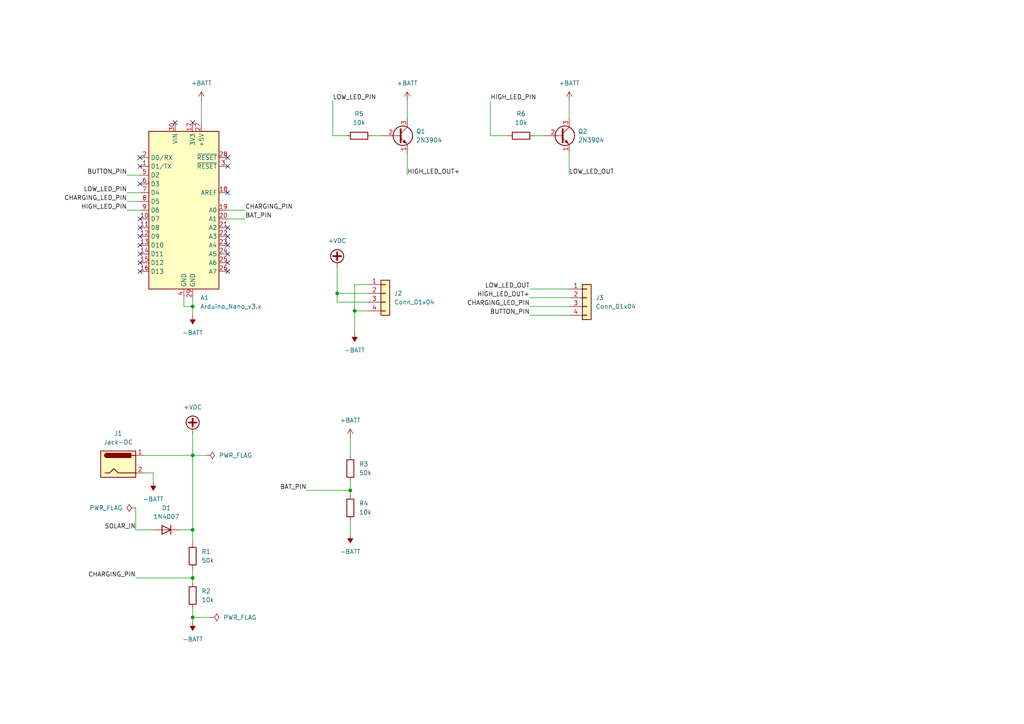
<source format=kicad_sch>
(kicad_sch
	(version 20231120)
	(generator "eeschema")
	(generator_version "8.0")
	(uuid "95a3b787-c899-46d8-a0cf-4b54a18b9ea8")
	(paper "A4")
	(lib_symbols
		(symbol "Connector:Jack-DC"
			(pin_names
				(offset 1.016)
			)
			(exclude_from_sim no)
			(in_bom yes)
			(on_board yes)
			(property "Reference" "J"
				(at 0 5.334 0)
				(effects
					(font
						(size 1.27 1.27)
					)
				)
			)
			(property "Value" "Jack-DC"
				(at 0 -5.08 0)
				(effects
					(font
						(size 1.27 1.27)
					)
				)
			)
			(property "Footprint" ""
				(at 1.27 -1.016 0)
				(effects
					(font
						(size 1.27 1.27)
					)
					(hide yes)
				)
			)
			(property "Datasheet" "~"
				(at 1.27 -1.016 0)
				(effects
					(font
						(size 1.27 1.27)
					)
					(hide yes)
				)
			)
			(property "Description" "DC Barrel Jack"
				(at 0 0 0)
				(effects
					(font
						(size 1.27 1.27)
					)
					(hide yes)
				)
			)
			(property "ki_keywords" "DC power barrel jack connector"
				(at 0 0 0)
				(effects
					(font
						(size 1.27 1.27)
					)
					(hide yes)
				)
			)
			(property "ki_fp_filters" "BarrelJack*"
				(at 0 0 0)
				(effects
					(font
						(size 1.27 1.27)
					)
					(hide yes)
				)
			)
			(symbol "Jack-DC_0_1"
				(rectangle
					(start -5.08 3.81)
					(end 5.08 -3.81)
					(stroke
						(width 0.254)
						(type default)
					)
					(fill
						(type background)
					)
				)
				(arc
					(start -3.302 3.175)
					(mid -3.9343 2.54)
					(end -3.302 1.905)
					(stroke
						(width 0.254)
						(type default)
					)
					(fill
						(type none)
					)
				)
				(arc
					(start -3.302 3.175)
					(mid -3.9343 2.54)
					(end -3.302 1.905)
					(stroke
						(width 0.254)
						(type default)
					)
					(fill
						(type outline)
					)
				)
				(polyline
					(pts
						(xy 5.08 2.54) (xy 3.81 2.54)
					)
					(stroke
						(width 0.254)
						(type default)
					)
					(fill
						(type none)
					)
				)
				(polyline
					(pts
						(xy -3.81 -2.54) (xy -2.54 -2.54) (xy -1.27 -1.27) (xy 0 -2.54) (xy 2.54 -2.54) (xy 5.08 -2.54)
					)
					(stroke
						(width 0.254)
						(type default)
					)
					(fill
						(type none)
					)
				)
				(rectangle
					(start 3.683 3.175)
					(end -3.302 1.905)
					(stroke
						(width 0.254)
						(type default)
					)
					(fill
						(type outline)
					)
				)
			)
			(symbol "Jack-DC_1_1"
				(pin passive line
					(at 7.62 2.54 180)
					(length 2.54)
					(name "~"
						(effects
							(font
								(size 1.27 1.27)
							)
						)
					)
					(number "1"
						(effects
							(font
								(size 1.27 1.27)
							)
						)
					)
				)
				(pin passive line
					(at 7.62 -2.54 180)
					(length 2.54)
					(name "~"
						(effects
							(font
								(size 1.27 1.27)
							)
						)
					)
					(number "2"
						(effects
							(font
								(size 1.27 1.27)
							)
						)
					)
				)
			)
		)
		(symbol "Connector_Generic:Conn_01x04"
			(pin_names
				(offset 1.016) hide)
			(exclude_from_sim no)
			(in_bom yes)
			(on_board yes)
			(property "Reference" "J"
				(at 0 5.08 0)
				(effects
					(font
						(size 1.27 1.27)
					)
				)
			)
			(property "Value" "Conn_01x04"
				(at 0 -7.62 0)
				(effects
					(font
						(size 1.27 1.27)
					)
				)
			)
			(property "Footprint" ""
				(at 0 0 0)
				(effects
					(font
						(size 1.27 1.27)
					)
					(hide yes)
				)
			)
			(property "Datasheet" "~"
				(at 0 0 0)
				(effects
					(font
						(size 1.27 1.27)
					)
					(hide yes)
				)
			)
			(property "Description" "Generic connector, single row, 01x04, script generated (kicad-library-utils/schlib/autogen/connector/)"
				(at 0 0 0)
				(effects
					(font
						(size 1.27 1.27)
					)
					(hide yes)
				)
			)
			(property "ki_keywords" "connector"
				(at 0 0 0)
				(effects
					(font
						(size 1.27 1.27)
					)
					(hide yes)
				)
			)
			(property "ki_fp_filters" "Connector*:*_1x??_*"
				(at 0 0 0)
				(effects
					(font
						(size 1.27 1.27)
					)
					(hide yes)
				)
			)
			(symbol "Conn_01x04_1_1"
				(rectangle
					(start -1.27 -4.953)
					(end 0 -5.207)
					(stroke
						(width 0.1524)
						(type default)
					)
					(fill
						(type none)
					)
				)
				(rectangle
					(start -1.27 -2.413)
					(end 0 -2.667)
					(stroke
						(width 0.1524)
						(type default)
					)
					(fill
						(type none)
					)
				)
				(rectangle
					(start -1.27 0.127)
					(end 0 -0.127)
					(stroke
						(width 0.1524)
						(type default)
					)
					(fill
						(type none)
					)
				)
				(rectangle
					(start -1.27 2.667)
					(end 0 2.413)
					(stroke
						(width 0.1524)
						(type default)
					)
					(fill
						(type none)
					)
				)
				(rectangle
					(start -1.27 3.81)
					(end 1.27 -6.35)
					(stroke
						(width 0.254)
						(type default)
					)
					(fill
						(type background)
					)
				)
				(pin passive line
					(at -5.08 2.54 0)
					(length 3.81)
					(name "Pin_1"
						(effects
							(font
								(size 1.27 1.27)
							)
						)
					)
					(number "1"
						(effects
							(font
								(size 1.27 1.27)
							)
						)
					)
				)
				(pin passive line
					(at -5.08 0 0)
					(length 3.81)
					(name "Pin_2"
						(effects
							(font
								(size 1.27 1.27)
							)
						)
					)
					(number "2"
						(effects
							(font
								(size 1.27 1.27)
							)
						)
					)
				)
				(pin passive line
					(at -5.08 -2.54 0)
					(length 3.81)
					(name "Pin_3"
						(effects
							(font
								(size 1.27 1.27)
							)
						)
					)
					(number "3"
						(effects
							(font
								(size 1.27 1.27)
							)
						)
					)
				)
				(pin passive line
					(at -5.08 -5.08 0)
					(length 3.81)
					(name "Pin_4"
						(effects
							(font
								(size 1.27 1.27)
							)
						)
					)
					(number "4"
						(effects
							(font
								(size 1.27 1.27)
							)
						)
					)
				)
			)
		)
		(symbol "Device:R"
			(pin_numbers hide)
			(pin_names
				(offset 0)
			)
			(exclude_from_sim no)
			(in_bom yes)
			(on_board yes)
			(property "Reference" "R"
				(at 2.032 0 90)
				(effects
					(font
						(size 1.27 1.27)
					)
				)
			)
			(property "Value" "R"
				(at 0 0 90)
				(effects
					(font
						(size 1.27 1.27)
					)
				)
			)
			(property "Footprint" ""
				(at -1.778 0 90)
				(effects
					(font
						(size 1.27 1.27)
					)
					(hide yes)
				)
			)
			(property "Datasheet" "~"
				(at 0 0 0)
				(effects
					(font
						(size 1.27 1.27)
					)
					(hide yes)
				)
			)
			(property "Description" "Resistor"
				(at 0 0 0)
				(effects
					(font
						(size 1.27 1.27)
					)
					(hide yes)
				)
			)
			(property "ki_keywords" "R res resistor"
				(at 0 0 0)
				(effects
					(font
						(size 1.27 1.27)
					)
					(hide yes)
				)
			)
			(property "ki_fp_filters" "R_*"
				(at 0 0 0)
				(effects
					(font
						(size 1.27 1.27)
					)
					(hide yes)
				)
			)
			(symbol "R_0_1"
				(rectangle
					(start -1.016 -2.54)
					(end 1.016 2.54)
					(stroke
						(width 0.254)
						(type default)
					)
					(fill
						(type none)
					)
				)
			)
			(symbol "R_1_1"
				(pin passive line
					(at 0 3.81 270)
					(length 1.27)
					(name "~"
						(effects
							(font
								(size 1.27 1.27)
							)
						)
					)
					(number "1"
						(effects
							(font
								(size 1.27 1.27)
							)
						)
					)
				)
				(pin passive line
					(at 0 -3.81 90)
					(length 1.27)
					(name "~"
						(effects
							(font
								(size 1.27 1.27)
							)
						)
					)
					(number "2"
						(effects
							(font
								(size 1.27 1.27)
							)
						)
					)
				)
			)
		)
		(symbol "Diode:1N4007"
			(pin_numbers hide)
			(pin_names hide)
			(exclude_from_sim no)
			(in_bom yes)
			(on_board yes)
			(property "Reference" "D"
				(at 0 2.54 0)
				(effects
					(font
						(size 1.27 1.27)
					)
				)
			)
			(property "Value" "1N4007"
				(at 0 -2.54 0)
				(effects
					(font
						(size 1.27 1.27)
					)
				)
			)
			(property "Footprint" "Diode_THT:D_DO-41_SOD81_P10.16mm_Horizontal"
				(at 0 -4.445 0)
				(effects
					(font
						(size 1.27 1.27)
					)
					(hide yes)
				)
			)
			(property "Datasheet" "http://www.vishay.com/docs/88503/1n4001.pdf"
				(at 0 0 0)
				(effects
					(font
						(size 1.27 1.27)
					)
					(hide yes)
				)
			)
			(property "Description" "1000V 1A General Purpose Rectifier Diode, DO-41"
				(at 0 0 0)
				(effects
					(font
						(size 1.27 1.27)
					)
					(hide yes)
				)
			)
			(property "Sim.Device" "D"
				(at 0 0 0)
				(effects
					(font
						(size 1.27 1.27)
					)
					(hide yes)
				)
			)
			(property "Sim.Pins" "1=K 2=A"
				(at 0 0 0)
				(effects
					(font
						(size 1.27 1.27)
					)
					(hide yes)
				)
			)
			(property "ki_keywords" "diode"
				(at 0 0 0)
				(effects
					(font
						(size 1.27 1.27)
					)
					(hide yes)
				)
			)
			(property "ki_fp_filters" "D*DO?41*"
				(at 0 0 0)
				(effects
					(font
						(size 1.27 1.27)
					)
					(hide yes)
				)
			)
			(symbol "1N4007_0_1"
				(polyline
					(pts
						(xy -1.27 1.27) (xy -1.27 -1.27)
					)
					(stroke
						(width 0.254)
						(type default)
					)
					(fill
						(type none)
					)
				)
				(polyline
					(pts
						(xy 1.27 0) (xy -1.27 0)
					)
					(stroke
						(width 0)
						(type default)
					)
					(fill
						(type none)
					)
				)
				(polyline
					(pts
						(xy 1.27 1.27) (xy 1.27 -1.27) (xy -1.27 0) (xy 1.27 1.27)
					)
					(stroke
						(width 0.254)
						(type default)
					)
					(fill
						(type none)
					)
				)
			)
			(symbol "1N4007_1_1"
				(pin passive line
					(at -3.81 0 0)
					(length 2.54)
					(name "K"
						(effects
							(font
								(size 1.27 1.27)
							)
						)
					)
					(number "1"
						(effects
							(font
								(size 1.27 1.27)
							)
						)
					)
				)
				(pin passive line
					(at 3.81 0 180)
					(length 2.54)
					(name "A"
						(effects
							(font
								(size 1.27 1.27)
							)
						)
					)
					(number "2"
						(effects
							(font
								(size 1.27 1.27)
							)
						)
					)
				)
			)
		)
		(symbol "MCU_Module:Arduino_Nano_v3.x"
			(exclude_from_sim no)
			(in_bom yes)
			(on_board yes)
			(property "Reference" "A"
				(at -10.16 23.495 0)
				(effects
					(font
						(size 1.27 1.27)
					)
					(justify left bottom)
				)
			)
			(property "Value" "Arduino_Nano_v3.x"
				(at 5.08 -24.13 0)
				(effects
					(font
						(size 1.27 1.27)
					)
					(justify left top)
				)
			)
			(property "Footprint" "Module:Arduino_Nano"
				(at 0 0 0)
				(effects
					(font
						(size 1.27 1.27)
						(italic yes)
					)
					(hide yes)
				)
			)
			(property "Datasheet" "http://www.mouser.com/pdfdocs/Gravitech_Arduino_Nano3_0.pdf"
				(at 0 0 0)
				(effects
					(font
						(size 1.27 1.27)
					)
					(hide yes)
				)
			)
			(property "Description" "Arduino Nano v3.x"
				(at 0 0 0)
				(effects
					(font
						(size 1.27 1.27)
					)
					(hide yes)
				)
			)
			(property "ki_keywords" "Arduino nano microcontroller module USB"
				(at 0 0 0)
				(effects
					(font
						(size 1.27 1.27)
					)
					(hide yes)
				)
			)
			(property "ki_fp_filters" "Arduino*Nano*"
				(at 0 0 0)
				(effects
					(font
						(size 1.27 1.27)
					)
					(hide yes)
				)
			)
			(symbol "Arduino_Nano_v3.x_0_1"
				(rectangle
					(start -10.16 22.86)
					(end 10.16 -22.86)
					(stroke
						(width 0.254)
						(type default)
					)
					(fill
						(type background)
					)
				)
			)
			(symbol "Arduino_Nano_v3.x_1_1"
				(pin bidirectional line
					(at -12.7 12.7 0)
					(length 2.54)
					(name "D1/TX"
						(effects
							(font
								(size 1.27 1.27)
							)
						)
					)
					(number "1"
						(effects
							(font
								(size 1.27 1.27)
							)
						)
					)
				)
				(pin bidirectional line
					(at -12.7 -2.54 0)
					(length 2.54)
					(name "D7"
						(effects
							(font
								(size 1.27 1.27)
							)
						)
					)
					(number "10"
						(effects
							(font
								(size 1.27 1.27)
							)
						)
					)
				)
				(pin bidirectional line
					(at -12.7 -5.08 0)
					(length 2.54)
					(name "D8"
						(effects
							(font
								(size 1.27 1.27)
							)
						)
					)
					(number "11"
						(effects
							(font
								(size 1.27 1.27)
							)
						)
					)
				)
				(pin bidirectional line
					(at -12.7 -7.62 0)
					(length 2.54)
					(name "D9"
						(effects
							(font
								(size 1.27 1.27)
							)
						)
					)
					(number "12"
						(effects
							(font
								(size 1.27 1.27)
							)
						)
					)
				)
				(pin bidirectional line
					(at -12.7 -10.16 0)
					(length 2.54)
					(name "D10"
						(effects
							(font
								(size 1.27 1.27)
							)
						)
					)
					(number "13"
						(effects
							(font
								(size 1.27 1.27)
							)
						)
					)
				)
				(pin bidirectional line
					(at -12.7 -12.7 0)
					(length 2.54)
					(name "D11"
						(effects
							(font
								(size 1.27 1.27)
							)
						)
					)
					(number "14"
						(effects
							(font
								(size 1.27 1.27)
							)
						)
					)
				)
				(pin bidirectional line
					(at -12.7 -15.24 0)
					(length 2.54)
					(name "D12"
						(effects
							(font
								(size 1.27 1.27)
							)
						)
					)
					(number "15"
						(effects
							(font
								(size 1.27 1.27)
							)
						)
					)
				)
				(pin bidirectional line
					(at -12.7 -17.78 0)
					(length 2.54)
					(name "D13"
						(effects
							(font
								(size 1.27 1.27)
							)
						)
					)
					(number "16"
						(effects
							(font
								(size 1.27 1.27)
							)
						)
					)
				)
				(pin power_out line
					(at 2.54 25.4 270)
					(length 2.54)
					(name "3V3"
						(effects
							(font
								(size 1.27 1.27)
							)
						)
					)
					(number "17"
						(effects
							(font
								(size 1.27 1.27)
							)
						)
					)
				)
				(pin input line
					(at 12.7 5.08 180)
					(length 2.54)
					(name "AREF"
						(effects
							(font
								(size 1.27 1.27)
							)
						)
					)
					(number "18"
						(effects
							(font
								(size 1.27 1.27)
							)
						)
					)
				)
				(pin bidirectional line
					(at 12.7 0 180)
					(length 2.54)
					(name "A0"
						(effects
							(font
								(size 1.27 1.27)
							)
						)
					)
					(number "19"
						(effects
							(font
								(size 1.27 1.27)
							)
						)
					)
				)
				(pin bidirectional line
					(at -12.7 15.24 0)
					(length 2.54)
					(name "D0/RX"
						(effects
							(font
								(size 1.27 1.27)
							)
						)
					)
					(number "2"
						(effects
							(font
								(size 1.27 1.27)
							)
						)
					)
				)
				(pin bidirectional line
					(at 12.7 -2.54 180)
					(length 2.54)
					(name "A1"
						(effects
							(font
								(size 1.27 1.27)
							)
						)
					)
					(number "20"
						(effects
							(font
								(size 1.27 1.27)
							)
						)
					)
				)
				(pin bidirectional line
					(at 12.7 -5.08 180)
					(length 2.54)
					(name "A2"
						(effects
							(font
								(size 1.27 1.27)
							)
						)
					)
					(number "21"
						(effects
							(font
								(size 1.27 1.27)
							)
						)
					)
				)
				(pin bidirectional line
					(at 12.7 -7.62 180)
					(length 2.54)
					(name "A3"
						(effects
							(font
								(size 1.27 1.27)
							)
						)
					)
					(number "22"
						(effects
							(font
								(size 1.27 1.27)
							)
						)
					)
				)
				(pin bidirectional line
					(at 12.7 -10.16 180)
					(length 2.54)
					(name "A4"
						(effects
							(font
								(size 1.27 1.27)
							)
						)
					)
					(number "23"
						(effects
							(font
								(size 1.27 1.27)
							)
						)
					)
				)
				(pin bidirectional line
					(at 12.7 -12.7 180)
					(length 2.54)
					(name "A5"
						(effects
							(font
								(size 1.27 1.27)
							)
						)
					)
					(number "24"
						(effects
							(font
								(size 1.27 1.27)
							)
						)
					)
				)
				(pin bidirectional line
					(at 12.7 -15.24 180)
					(length 2.54)
					(name "A6"
						(effects
							(font
								(size 1.27 1.27)
							)
						)
					)
					(number "25"
						(effects
							(font
								(size 1.27 1.27)
							)
						)
					)
				)
				(pin bidirectional line
					(at 12.7 -17.78 180)
					(length 2.54)
					(name "A7"
						(effects
							(font
								(size 1.27 1.27)
							)
						)
					)
					(number "26"
						(effects
							(font
								(size 1.27 1.27)
							)
						)
					)
				)
				(pin power_out line
					(at 5.08 25.4 270)
					(length 2.54)
					(name "+5V"
						(effects
							(font
								(size 1.27 1.27)
							)
						)
					)
					(number "27"
						(effects
							(font
								(size 1.27 1.27)
							)
						)
					)
				)
				(pin input line
					(at 12.7 15.24 180)
					(length 2.54)
					(name "~{RESET}"
						(effects
							(font
								(size 1.27 1.27)
							)
						)
					)
					(number "28"
						(effects
							(font
								(size 1.27 1.27)
							)
						)
					)
				)
				(pin power_in line
					(at 2.54 -25.4 90)
					(length 2.54)
					(name "GND"
						(effects
							(font
								(size 1.27 1.27)
							)
						)
					)
					(number "29"
						(effects
							(font
								(size 1.27 1.27)
							)
						)
					)
				)
				(pin input line
					(at 12.7 12.7 180)
					(length 2.54)
					(name "~{RESET}"
						(effects
							(font
								(size 1.27 1.27)
							)
						)
					)
					(number "3"
						(effects
							(font
								(size 1.27 1.27)
							)
						)
					)
				)
				(pin power_in line
					(at -2.54 25.4 270)
					(length 2.54)
					(name "VIN"
						(effects
							(font
								(size 1.27 1.27)
							)
						)
					)
					(number "30"
						(effects
							(font
								(size 1.27 1.27)
							)
						)
					)
				)
				(pin power_in line
					(at 0 -25.4 90)
					(length 2.54)
					(name "GND"
						(effects
							(font
								(size 1.27 1.27)
							)
						)
					)
					(number "4"
						(effects
							(font
								(size 1.27 1.27)
							)
						)
					)
				)
				(pin bidirectional line
					(at -12.7 10.16 0)
					(length 2.54)
					(name "D2"
						(effects
							(font
								(size 1.27 1.27)
							)
						)
					)
					(number "5"
						(effects
							(font
								(size 1.27 1.27)
							)
						)
					)
				)
				(pin bidirectional line
					(at -12.7 7.62 0)
					(length 2.54)
					(name "D3"
						(effects
							(font
								(size 1.27 1.27)
							)
						)
					)
					(number "6"
						(effects
							(font
								(size 1.27 1.27)
							)
						)
					)
				)
				(pin bidirectional line
					(at -12.7 5.08 0)
					(length 2.54)
					(name "D4"
						(effects
							(font
								(size 1.27 1.27)
							)
						)
					)
					(number "7"
						(effects
							(font
								(size 1.27 1.27)
							)
						)
					)
				)
				(pin bidirectional line
					(at -12.7 2.54 0)
					(length 2.54)
					(name "D5"
						(effects
							(font
								(size 1.27 1.27)
							)
						)
					)
					(number "8"
						(effects
							(font
								(size 1.27 1.27)
							)
						)
					)
				)
				(pin bidirectional line
					(at -12.7 0 0)
					(length 2.54)
					(name "D6"
						(effects
							(font
								(size 1.27 1.27)
							)
						)
					)
					(number "9"
						(effects
							(font
								(size 1.27 1.27)
							)
						)
					)
				)
			)
		)
		(symbol "Transistor_BJT:2N3904"
			(pin_names
				(offset 0) hide)
			(exclude_from_sim no)
			(in_bom yes)
			(on_board yes)
			(property "Reference" "Q"
				(at 5.08 1.905 0)
				(effects
					(font
						(size 1.27 1.27)
					)
					(justify left)
				)
			)
			(property "Value" "2N3904"
				(at 5.08 0 0)
				(effects
					(font
						(size 1.27 1.27)
					)
					(justify left)
				)
			)
			(property "Footprint" "Package_TO_SOT_THT:TO-92_Inline"
				(at 5.08 -1.905 0)
				(effects
					(font
						(size 1.27 1.27)
						(italic yes)
					)
					(justify left)
					(hide yes)
				)
			)
			(property "Datasheet" "https://www.onsemi.com/pub/Collateral/2N3903-D.PDF"
				(at 0 0 0)
				(effects
					(font
						(size 1.27 1.27)
					)
					(justify left)
					(hide yes)
				)
			)
			(property "Description" "0.2A Ic, 40V Vce, Small Signal NPN Transistor, TO-92"
				(at 0 0 0)
				(effects
					(font
						(size 1.27 1.27)
					)
					(hide yes)
				)
			)
			(property "ki_keywords" "NPN Transistor"
				(at 0 0 0)
				(effects
					(font
						(size 1.27 1.27)
					)
					(hide yes)
				)
			)
			(property "ki_fp_filters" "TO?92*"
				(at 0 0 0)
				(effects
					(font
						(size 1.27 1.27)
					)
					(hide yes)
				)
			)
			(symbol "2N3904_0_1"
				(polyline
					(pts
						(xy 0.635 0.635) (xy 2.54 2.54)
					)
					(stroke
						(width 0)
						(type default)
					)
					(fill
						(type none)
					)
				)
				(polyline
					(pts
						(xy 0.635 -0.635) (xy 2.54 -2.54) (xy 2.54 -2.54)
					)
					(stroke
						(width 0)
						(type default)
					)
					(fill
						(type none)
					)
				)
				(polyline
					(pts
						(xy 0.635 1.905) (xy 0.635 -1.905) (xy 0.635 -1.905)
					)
					(stroke
						(width 0.508)
						(type default)
					)
					(fill
						(type none)
					)
				)
				(polyline
					(pts
						(xy 1.27 -1.778) (xy 1.778 -1.27) (xy 2.286 -2.286) (xy 1.27 -1.778) (xy 1.27 -1.778)
					)
					(stroke
						(width 0)
						(type default)
					)
					(fill
						(type outline)
					)
				)
				(circle
					(center 1.27 0)
					(radius 2.8194)
					(stroke
						(width 0.254)
						(type default)
					)
					(fill
						(type none)
					)
				)
			)
			(symbol "2N3904_1_1"
				(pin passive line
					(at 2.54 -5.08 90)
					(length 2.54)
					(name "E"
						(effects
							(font
								(size 1.27 1.27)
							)
						)
					)
					(number "1"
						(effects
							(font
								(size 1.27 1.27)
							)
						)
					)
				)
				(pin passive line
					(at -5.08 0 0)
					(length 5.715)
					(name "B"
						(effects
							(font
								(size 1.27 1.27)
							)
						)
					)
					(number "2"
						(effects
							(font
								(size 1.27 1.27)
							)
						)
					)
				)
				(pin passive line
					(at 2.54 5.08 270)
					(length 2.54)
					(name "C"
						(effects
							(font
								(size 1.27 1.27)
							)
						)
					)
					(number "3"
						(effects
							(font
								(size 1.27 1.27)
							)
						)
					)
				)
			)
		)
		(symbol "power:+BATT"
			(power)
			(pin_numbers hide)
			(pin_names
				(offset 0) hide)
			(exclude_from_sim no)
			(in_bom yes)
			(on_board yes)
			(property "Reference" "#PWR"
				(at 0 -3.81 0)
				(effects
					(font
						(size 1.27 1.27)
					)
					(hide yes)
				)
			)
			(property "Value" "+BATT"
				(at 0 3.556 0)
				(effects
					(font
						(size 1.27 1.27)
					)
				)
			)
			(property "Footprint" ""
				(at 0 0 0)
				(effects
					(font
						(size 1.27 1.27)
					)
					(hide yes)
				)
			)
			(property "Datasheet" ""
				(at 0 0 0)
				(effects
					(font
						(size 1.27 1.27)
					)
					(hide yes)
				)
			)
			(property "Description" "Power symbol creates a global label with name \"+BATT\""
				(at 0 0 0)
				(effects
					(font
						(size 1.27 1.27)
					)
					(hide yes)
				)
			)
			(property "ki_keywords" "global power battery"
				(at 0 0 0)
				(effects
					(font
						(size 1.27 1.27)
					)
					(hide yes)
				)
			)
			(symbol "+BATT_0_1"
				(polyline
					(pts
						(xy -0.762 1.27) (xy 0 2.54)
					)
					(stroke
						(width 0)
						(type default)
					)
					(fill
						(type none)
					)
				)
				(polyline
					(pts
						(xy 0 0) (xy 0 2.54)
					)
					(stroke
						(width 0)
						(type default)
					)
					(fill
						(type none)
					)
				)
				(polyline
					(pts
						(xy 0 2.54) (xy 0.762 1.27)
					)
					(stroke
						(width 0)
						(type default)
					)
					(fill
						(type none)
					)
				)
			)
			(symbol "+BATT_1_1"
				(pin power_in line
					(at 0 0 90)
					(length 0)
					(name "~"
						(effects
							(font
								(size 1.27 1.27)
							)
						)
					)
					(number "1"
						(effects
							(font
								(size 1.27 1.27)
							)
						)
					)
				)
			)
		)
		(symbol "power:+VDC"
			(power)
			(pin_numbers hide)
			(pin_names
				(offset 0) hide)
			(exclude_from_sim no)
			(in_bom yes)
			(on_board yes)
			(property "Reference" "#PWR"
				(at 0 -2.54 0)
				(effects
					(font
						(size 1.27 1.27)
					)
					(hide yes)
				)
			)
			(property "Value" "+VDC"
				(at 0 6.35 0)
				(effects
					(font
						(size 1.27 1.27)
					)
				)
			)
			(property "Footprint" ""
				(at 0 0 0)
				(effects
					(font
						(size 1.27 1.27)
					)
					(hide yes)
				)
			)
			(property "Datasheet" ""
				(at 0 0 0)
				(effects
					(font
						(size 1.27 1.27)
					)
					(hide yes)
				)
			)
			(property "Description" "Power symbol creates a global label with name \"+VDC\""
				(at 0 0 0)
				(effects
					(font
						(size 1.27 1.27)
					)
					(hide yes)
				)
			)
			(property "ki_keywords" "global power"
				(at 0 0 0)
				(effects
					(font
						(size 1.27 1.27)
					)
					(hide yes)
				)
			)
			(symbol "+VDC_0_1"
				(polyline
					(pts
						(xy -1.143 3.175) (xy 1.143 3.175)
					)
					(stroke
						(width 0.508)
						(type default)
					)
					(fill
						(type none)
					)
				)
				(polyline
					(pts
						(xy 0 0) (xy 0 1.27)
					)
					(stroke
						(width 0)
						(type default)
					)
					(fill
						(type none)
					)
				)
				(polyline
					(pts
						(xy 0 2.032) (xy 0 4.318)
					)
					(stroke
						(width 0.508)
						(type default)
					)
					(fill
						(type none)
					)
				)
				(circle
					(center 0 3.175)
					(radius 1.905)
					(stroke
						(width 0.254)
						(type default)
					)
					(fill
						(type none)
					)
				)
			)
			(symbol "+VDC_1_1"
				(pin power_in line
					(at 0 0 90)
					(length 0)
					(name "~"
						(effects
							(font
								(size 1.27 1.27)
							)
						)
					)
					(number "1"
						(effects
							(font
								(size 1.27 1.27)
							)
						)
					)
				)
			)
		)
		(symbol "power:-BATT"
			(power)
			(pin_numbers hide)
			(pin_names
				(offset 0) hide)
			(exclude_from_sim no)
			(in_bom yes)
			(on_board yes)
			(property "Reference" "#PWR"
				(at 0 -3.81 0)
				(effects
					(font
						(size 1.27 1.27)
					)
					(hide yes)
				)
			)
			(property "Value" "-BATT"
				(at 0 3.556 0)
				(effects
					(font
						(size 1.27 1.27)
					)
				)
			)
			(property "Footprint" ""
				(at 0 0 0)
				(effects
					(font
						(size 1.27 1.27)
					)
					(hide yes)
				)
			)
			(property "Datasheet" ""
				(at 0 0 0)
				(effects
					(font
						(size 1.27 1.27)
					)
					(hide yes)
				)
			)
			(property "Description" "Power symbol creates a global label with name \"-BATT\""
				(at 0 0 0)
				(effects
					(font
						(size 1.27 1.27)
					)
					(hide yes)
				)
			)
			(property "ki_keywords" "global power battery"
				(at 0 0 0)
				(effects
					(font
						(size 1.27 1.27)
					)
					(hide yes)
				)
			)
			(symbol "-BATT_0_1"
				(polyline
					(pts
						(xy 0 0) (xy 0 2.54)
					)
					(stroke
						(width 0)
						(type default)
					)
					(fill
						(type none)
					)
				)
				(polyline
					(pts
						(xy 0.762 1.27) (xy -0.762 1.27) (xy 0 2.54) (xy 0.762 1.27)
					)
					(stroke
						(width 0)
						(type default)
					)
					(fill
						(type outline)
					)
				)
			)
			(symbol "-BATT_1_1"
				(pin power_in line
					(at 0 0 90)
					(length 0)
					(name "~"
						(effects
							(font
								(size 1.27 1.27)
							)
						)
					)
					(number "1"
						(effects
							(font
								(size 1.27 1.27)
							)
						)
					)
				)
			)
		)
		(symbol "power:PWR_FLAG"
			(power)
			(pin_numbers hide)
			(pin_names
				(offset 0) hide)
			(exclude_from_sim no)
			(in_bom yes)
			(on_board yes)
			(property "Reference" "#FLG"
				(at 0 1.905 0)
				(effects
					(font
						(size 1.27 1.27)
					)
					(hide yes)
				)
			)
			(property "Value" "PWR_FLAG"
				(at 0 3.81 0)
				(effects
					(font
						(size 1.27 1.27)
					)
				)
			)
			(property "Footprint" ""
				(at 0 0 0)
				(effects
					(font
						(size 1.27 1.27)
					)
					(hide yes)
				)
			)
			(property "Datasheet" "~"
				(at 0 0 0)
				(effects
					(font
						(size 1.27 1.27)
					)
					(hide yes)
				)
			)
			(property "Description" "Special symbol for telling ERC where power comes from"
				(at 0 0 0)
				(effects
					(font
						(size 1.27 1.27)
					)
					(hide yes)
				)
			)
			(property "ki_keywords" "flag power"
				(at 0 0 0)
				(effects
					(font
						(size 1.27 1.27)
					)
					(hide yes)
				)
			)
			(symbol "PWR_FLAG_0_0"
				(pin power_out line
					(at 0 0 90)
					(length 0)
					(name "~"
						(effects
							(font
								(size 1.27 1.27)
							)
						)
					)
					(number "1"
						(effects
							(font
								(size 1.27 1.27)
							)
						)
					)
				)
			)
			(symbol "PWR_FLAG_0_1"
				(polyline
					(pts
						(xy 0 0) (xy 0 1.27) (xy -1.016 1.905) (xy 0 2.54) (xy 1.016 1.905) (xy 0 1.27)
					)
					(stroke
						(width 0)
						(type default)
					)
					(fill
						(type none)
					)
				)
			)
		)
	)
	(junction
		(at 55.88 153.67)
		(diameter 0)
		(color 0 0 0 0)
		(uuid "03636b73-135b-4cc8-af94-ebeba2c3f8bb")
	)
	(junction
		(at 55.88 132.08)
		(diameter 0)
		(color 0 0 0 0)
		(uuid "302a8816-87b9-42ed-9dad-e4b047fd7adc")
	)
	(junction
		(at 97.79 85.09)
		(diameter 0)
		(color 0 0 0 0)
		(uuid "3bb27950-0117-43a5-9a61-d91927a0a247")
	)
	(junction
		(at 55.88 167.64)
		(diameter 0)
		(color 0 0 0 0)
		(uuid "b0437bbd-6c80-4c61-a367-d5b712d8265d")
	)
	(junction
		(at 55.88 179.07)
		(diameter 0)
		(color 0 0 0 0)
		(uuid "bb20ed19-1fbf-4e31-8594-f69ab66d9d99")
	)
	(junction
		(at 55.88 88.9)
		(diameter 0)
		(color 0 0 0 0)
		(uuid "cb244f0a-4440-42d2-bb37-ee7607019235")
	)
	(junction
		(at 101.6 142.24)
		(diameter 0)
		(color 0 0 0 0)
		(uuid "ce370f8d-82a1-408b-8cb1-5cd6d9549619")
	)
	(junction
		(at 102.87 90.17)
		(diameter 0)
		(color 0 0 0 0)
		(uuid "ee9d5689-4bb9-42e6-bc34-f1b6c0db0fb3")
	)
	(no_connect
		(at 40.64 68.58)
		(uuid "068c4964-3f75-4786-88aa-0c9df7309be5")
	)
	(no_connect
		(at 66.04 66.04)
		(uuid "0e1fa7db-a020-4f33-8e18-b6586a80e76f")
	)
	(no_connect
		(at 40.64 76.2)
		(uuid "18870cbb-cdb5-461b-a904-669c5a3d1ecd")
	)
	(no_connect
		(at 66.04 55.88)
		(uuid "1c3bfa5e-473f-4ce3-bb3f-8525a8752f39")
	)
	(no_connect
		(at 66.04 45.72)
		(uuid "20eb01aa-8d45-41f6-a115-99b4d4123543")
	)
	(no_connect
		(at 40.64 66.04)
		(uuid "288c91fc-019e-43f2-b453-0f9c6d22a7b4")
	)
	(no_connect
		(at 50.8 35.56)
		(uuid "31462d4c-0eda-461e-83f0-527dda5c2f5d")
	)
	(no_connect
		(at 66.04 73.66)
		(uuid "4b5e819c-f134-40aa-85be-d90f294707c3")
	)
	(no_connect
		(at 66.04 68.58)
		(uuid "64a72e8e-c40f-45d5-8829-ee3b8994fd33")
	)
	(no_connect
		(at 40.64 63.5)
		(uuid "9414ebfb-7501-4f9b-bacc-76e9ed145ef9")
	)
	(no_connect
		(at 40.64 48.26)
		(uuid "9a30e92e-b514-4ac2-ad2e-6cf906428a69")
	)
	(no_connect
		(at 40.64 45.72)
		(uuid "a4db76a8-905e-4237-a3cc-5dbdccd9fb53")
	)
	(no_connect
		(at 66.04 71.12)
		(uuid "acef4d42-3b56-483a-bc13-1bf20764b591")
	)
	(no_connect
		(at 40.64 73.66)
		(uuid "b3414a2d-5138-4ec2-8c98-e2e78ed248b5")
	)
	(no_connect
		(at 66.04 78.74)
		(uuid "bba059c9-0e58-41dd-91a7-c594836450e4")
	)
	(no_connect
		(at 40.64 53.34)
		(uuid "c09daa08-0c0b-42ca-b975-e5e410f682bc")
	)
	(no_connect
		(at 66.04 76.2)
		(uuid "c7dad580-7292-4c91-b243-7c002463cea6")
	)
	(no_connect
		(at 40.64 71.12)
		(uuid "cb3f384f-b646-4cf5-b04d-7276e080dde6")
	)
	(no_connect
		(at 66.04 48.26)
		(uuid "daeb6576-ecfb-4a92-b767-8d4e48b9ca52")
	)
	(no_connect
		(at 40.64 78.74)
		(uuid "ef9b87e5-815c-4024-870f-8e6f84c8d00e")
	)
	(no_connect
		(at 55.88 35.56)
		(uuid "fd1242d9-3156-47cd-98cb-81de529c43b3")
	)
	(wire
		(pts
			(xy 66.04 60.96) (xy 71.12 60.96)
		)
		(stroke
			(width 0)
			(type default)
		)
		(uuid "0d450f1a-71a4-4838-a9ce-c096b8b01539")
	)
	(wire
		(pts
			(xy 53.34 88.9) (xy 55.88 88.9)
		)
		(stroke
			(width 0)
			(type default)
		)
		(uuid "0f9167c5-1c62-45ba-a3d0-f597f74ed629")
	)
	(wire
		(pts
			(xy 102.87 90.17) (xy 102.87 96.52)
		)
		(stroke
			(width 0)
			(type default)
		)
		(uuid "14373354-8f3b-45fc-99cb-09d79e2cb668")
	)
	(wire
		(pts
			(xy 55.88 88.9) (xy 55.88 86.36)
		)
		(stroke
			(width 0)
			(type default)
		)
		(uuid "156729a2-d15e-4786-befc-08ff57e978d7")
	)
	(wire
		(pts
			(xy 55.88 132.08) (xy 59.69 132.08)
		)
		(stroke
			(width 0)
			(type default)
		)
		(uuid "18cceda4-6f18-411c-92bf-4a5a0e7e7293")
	)
	(wire
		(pts
			(xy 97.79 77.47) (xy 97.79 85.09)
		)
		(stroke
			(width 0)
			(type default)
		)
		(uuid "1b86f8f9-504f-4c02-93b0-40e49f01ea38")
	)
	(wire
		(pts
			(xy 55.88 179.07) (xy 55.88 180.34)
		)
		(stroke
			(width 0)
			(type default)
		)
		(uuid "2d91f89c-0da6-4c20-8aee-af4a846f1781")
	)
	(wire
		(pts
			(xy 118.11 50.8) (xy 118.11 44.45)
		)
		(stroke
			(width 0)
			(type default)
		)
		(uuid "2dbc4fec-96cb-4591-9461-d6227c48e856")
	)
	(wire
		(pts
			(xy 142.24 29.21) (xy 142.24 39.37)
		)
		(stroke
			(width 0)
			(type default)
		)
		(uuid "3370f9fd-bd67-49d3-a347-61a1c2024f11")
	)
	(wire
		(pts
			(xy 153.67 88.9) (xy 165.1 88.9)
		)
		(stroke
			(width 0)
			(type default)
		)
		(uuid "348a5932-78d8-4e9b-b3b8-df64462d67af")
	)
	(wire
		(pts
			(xy 101.6 139.7) (xy 101.6 142.24)
		)
		(stroke
			(width 0)
			(type default)
		)
		(uuid "35da0969-fddc-4235-b82b-f7ddc408807d")
	)
	(wire
		(pts
			(xy 58.42 29.21) (xy 58.42 35.56)
		)
		(stroke
			(width 0)
			(type default)
		)
		(uuid "3ca3fcec-77e9-40a8-a669-017712ef77f6")
	)
	(wire
		(pts
			(xy 97.79 85.09) (xy 106.68 85.09)
		)
		(stroke
			(width 0)
			(type default)
		)
		(uuid "48ba28a9-890a-43a5-a45f-eed2e5e9ab48")
	)
	(wire
		(pts
			(xy 55.88 132.08) (xy 55.88 153.67)
		)
		(stroke
			(width 0)
			(type default)
		)
		(uuid "4b36291c-0ab9-43e2-83c7-e3f67e8f99bc")
	)
	(wire
		(pts
			(xy 39.37 147.32) (xy 39.37 153.67)
		)
		(stroke
			(width 0)
			(type default)
		)
		(uuid "4db6baeb-1c88-474f-9d0a-e97e7e87c943")
	)
	(wire
		(pts
			(xy 39.37 153.67) (xy 44.45 153.67)
		)
		(stroke
			(width 0)
			(type default)
		)
		(uuid "4dba2cd2-d57c-43ff-a953-c0635b1b5260")
	)
	(wire
		(pts
			(xy 96.52 39.37) (xy 100.33 39.37)
		)
		(stroke
			(width 0)
			(type default)
		)
		(uuid "50a425a8-6185-4e78-90bc-1e0aaaf9f540")
	)
	(wire
		(pts
			(xy 153.67 91.44) (xy 165.1 91.44)
		)
		(stroke
			(width 0)
			(type default)
		)
		(uuid "51c21fa6-6a9e-4b37-841b-7cb51bf01d22")
	)
	(wire
		(pts
			(xy 53.34 86.36) (xy 53.34 88.9)
		)
		(stroke
			(width 0)
			(type default)
		)
		(uuid "562d016e-a293-4460-ad86-31c110a01f79")
	)
	(wire
		(pts
			(xy 55.88 125.73) (xy 55.88 132.08)
		)
		(stroke
			(width 0)
			(type default)
		)
		(uuid "5a5955e2-0ce6-4383-acf0-79c681a4ca54")
	)
	(wire
		(pts
			(xy 102.87 90.17) (xy 106.68 90.17)
		)
		(stroke
			(width 0)
			(type default)
		)
		(uuid "5f969a9f-7780-4322-b358-1e04dae182e7")
	)
	(wire
		(pts
			(xy 101.6 127) (xy 101.6 132.08)
		)
		(stroke
			(width 0)
			(type default)
		)
		(uuid "60ead3ba-2993-419c-b976-014d78291b14")
	)
	(wire
		(pts
			(xy 55.88 153.67) (xy 55.88 157.48)
		)
		(stroke
			(width 0)
			(type default)
		)
		(uuid "62bb6b9e-f874-4292-b3f1-9a016c7b092f")
	)
	(wire
		(pts
			(xy 36.83 50.8) (xy 40.64 50.8)
		)
		(stroke
			(width 0)
			(type default)
		)
		(uuid "6709e5b3-c924-47fb-acf6-aec21f603fdb")
	)
	(wire
		(pts
			(xy 165.1 29.21) (xy 165.1 34.29)
		)
		(stroke
			(width 0)
			(type default)
		)
		(uuid "6d5e96f7-1a78-4c03-8c63-b7bc10772702")
	)
	(wire
		(pts
			(xy 36.83 60.96) (xy 40.64 60.96)
		)
		(stroke
			(width 0)
			(type default)
		)
		(uuid "6f877a5c-2055-4979-a25b-269f79deb017")
	)
	(wire
		(pts
			(xy 101.6 142.24) (xy 101.6 143.51)
		)
		(stroke
			(width 0)
			(type default)
		)
		(uuid "71c4d7d5-ad30-4a1d-bb50-dca221f0c1cf")
	)
	(wire
		(pts
			(xy 142.24 39.37) (xy 147.32 39.37)
		)
		(stroke
			(width 0)
			(type default)
		)
		(uuid "728ba0f9-f4fb-4142-9210-81847a529e83")
	)
	(wire
		(pts
			(xy 96.52 29.21) (xy 96.52 39.37)
		)
		(stroke
			(width 0)
			(type default)
		)
		(uuid "742098db-ac06-4ee6-a921-35998b77d3f4")
	)
	(wire
		(pts
			(xy 165.1 44.45) (xy 165.1 50.8)
		)
		(stroke
			(width 0)
			(type default)
		)
		(uuid "750c400a-05e6-4c8c-9328-fc3c88e402b5")
	)
	(wire
		(pts
			(xy 106.68 82.55) (xy 102.87 82.55)
		)
		(stroke
			(width 0)
			(type default)
		)
		(uuid "77f89533-6eba-42a3-abb7-41d1c2934364")
	)
	(wire
		(pts
			(xy 107.95 39.37) (xy 110.49 39.37)
		)
		(stroke
			(width 0)
			(type default)
		)
		(uuid "79d77be9-6104-49dc-a62a-88d99103fe5a")
	)
	(wire
		(pts
			(xy 153.67 86.36) (xy 165.1 86.36)
		)
		(stroke
			(width 0)
			(type default)
		)
		(uuid "8e476b07-d6d0-47a4-a494-6b7c12f39e0a")
	)
	(wire
		(pts
			(xy 55.88 167.64) (xy 55.88 168.91)
		)
		(stroke
			(width 0)
			(type default)
		)
		(uuid "90016bf8-5bea-493a-8e92-067a44dfa1ef")
	)
	(wire
		(pts
			(xy 36.83 55.88) (xy 40.64 55.88)
		)
		(stroke
			(width 0)
			(type default)
		)
		(uuid "90dcc3da-87d3-4e09-81b9-fcc4dfc39f59")
	)
	(wire
		(pts
			(xy 52.07 153.67) (xy 55.88 153.67)
		)
		(stroke
			(width 0)
			(type default)
		)
		(uuid "9605041d-84bd-41b3-88a8-ad478dbbe251")
	)
	(wire
		(pts
			(xy 36.83 58.42) (xy 40.64 58.42)
		)
		(stroke
			(width 0)
			(type default)
		)
		(uuid "994125f6-5091-416e-92a3-cdf0cc922d4b")
	)
	(wire
		(pts
			(xy 118.11 29.21) (xy 118.11 34.29)
		)
		(stroke
			(width 0)
			(type default)
		)
		(uuid "9d90c09e-39a0-43ab-a6a7-bd347b65cd50")
	)
	(wire
		(pts
			(xy 153.67 83.82) (xy 165.1 83.82)
		)
		(stroke
			(width 0)
			(type default)
		)
		(uuid "9edcab38-1ae4-4392-a4b4-95b124cbdbad")
	)
	(wire
		(pts
			(xy 88.9 142.24) (xy 101.6 142.24)
		)
		(stroke
			(width 0)
			(type default)
		)
		(uuid "a313ade6-f7ba-473e-8253-ded723d22073")
	)
	(wire
		(pts
			(xy 106.68 87.63) (xy 97.79 87.63)
		)
		(stroke
			(width 0)
			(type default)
		)
		(uuid "a5b6cc2e-7f65-4648-b126-7a7725f686f3")
	)
	(wire
		(pts
			(xy 55.88 165.1) (xy 55.88 167.64)
		)
		(stroke
			(width 0)
			(type default)
		)
		(uuid "a6d351e7-1639-499a-9bc5-fa111c5e5999")
	)
	(wire
		(pts
			(xy 101.6 151.13) (xy 101.6 154.94)
		)
		(stroke
			(width 0)
			(type default)
		)
		(uuid "ac9cf3ce-161d-4bd1-ab06-cf3e98d89ee2")
	)
	(wire
		(pts
			(xy 41.91 132.08) (xy 55.88 132.08)
		)
		(stroke
			(width 0)
			(type default)
		)
		(uuid "b02820ae-11be-4919-bd11-186d3354d6fc")
	)
	(wire
		(pts
			(xy 39.37 167.64) (xy 55.88 167.64)
		)
		(stroke
			(width 0)
			(type default)
		)
		(uuid "b7321800-7b0e-499f-8abf-a4e80c41034f")
	)
	(wire
		(pts
			(xy 102.87 82.55) (xy 102.87 90.17)
		)
		(stroke
			(width 0)
			(type default)
		)
		(uuid "b9ddb6f9-bae8-4d4f-80f0-d056cbd8532e")
	)
	(wire
		(pts
			(xy 55.88 176.53) (xy 55.88 179.07)
		)
		(stroke
			(width 0)
			(type default)
		)
		(uuid "bccea50f-a271-4e8b-9c63-b4f082479f9a")
	)
	(wire
		(pts
			(xy 154.94 39.37) (xy 157.48 39.37)
		)
		(stroke
			(width 0)
			(type default)
		)
		(uuid "bf1b3f91-74e8-4808-8203-5e009c378879")
	)
	(wire
		(pts
			(xy 97.79 87.63) (xy 97.79 85.09)
		)
		(stroke
			(width 0)
			(type default)
		)
		(uuid "c1988344-87b5-46fc-aaea-3b5adff947ee")
	)
	(wire
		(pts
			(xy 55.88 88.9) (xy 55.88 91.44)
		)
		(stroke
			(width 0)
			(type default)
		)
		(uuid "c8e2e836-6046-4349-9494-d85c0429e98e")
	)
	(wire
		(pts
			(xy 44.45 137.16) (xy 44.45 139.7)
		)
		(stroke
			(width 0)
			(type default)
		)
		(uuid "d6df8c6d-2943-472d-905c-862706dd7399")
	)
	(wire
		(pts
			(xy 55.88 179.07) (xy 60.96 179.07)
		)
		(stroke
			(width 0)
			(type default)
		)
		(uuid "dfd4c1a7-0f20-4a4c-b63a-e63a34cc332b")
	)
	(wire
		(pts
			(xy 41.91 137.16) (xy 44.45 137.16)
		)
		(stroke
			(width 0)
			(type default)
		)
		(uuid "ee39e287-f1c8-41f1-9eac-e7b44e1f606e")
	)
	(wire
		(pts
			(xy 66.04 63.5) (xy 71.12 63.5)
		)
		(stroke
			(width 0)
			(type default)
		)
		(uuid "f6bfe2eb-eb92-4fa5-83e0-03a0ea2f93dd")
	)
	(label "CHARGING_PIN"
		(at 71.12 60.96 0)
		(fields_autoplaced yes)
		(effects
			(font
				(size 1.27 1.27)
			)
			(justify left bottom)
		)
		(uuid "0764752b-a870-4fa1-8039-76f0cc5d0d5d")
	)
	(label "HIGH_LED_OUT+"
		(at 118.11 50.8 0)
		(fields_autoplaced yes)
		(effects
			(font
				(size 1.27 1.27)
			)
			(justify left bottom)
		)
		(uuid "0ea25ab0-fa5b-4abf-8145-f3f6654ba8e5")
	)
	(label "LOW_LED_OUT"
		(at 165.1 50.8 0)
		(fields_autoplaced yes)
		(effects
			(font
				(size 1.27 1.27)
			)
			(justify left bottom)
		)
		(uuid "222004d7-843f-4533-a80a-4474d36b4c1a")
	)
	(label "BAT_PIN"
		(at 71.12 63.5 0)
		(fields_autoplaced yes)
		(effects
			(font
				(size 1.27 1.27)
			)
			(justify left bottom)
		)
		(uuid "4b56a66b-2db5-43f0-8389-6d5b1b78d68e")
	)
	(label "HIGH_LED_PIN"
		(at 36.83 60.96 180)
		(fields_autoplaced yes)
		(effects
			(font
				(size 1.27 1.27)
			)
			(justify right bottom)
		)
		(uuid "50a2031c-a130-45b6-8575-df85138c4e55")
	)
	(label "BAT_PIN"
		(at 88.9 142.24 180)
		(fields_autoplaced yes)
		(effects
			(font
				(size 1.27 1.27)
			)
			(justify right bottom)
		)
		(uuid "6e3eff81-3d88-488e-8eb4-0a96c73f0ebd")
	)
	(label "SOLAR_IN"
		(at 39.37 153.67 180)
		(fields_autoplaced yes)
		(effects
			(font
				(size 1.27 1.27)
			)
			(justify right bottom)
		)
		(uuid "719c4b47-9cfb-4bb6-bbf0-d2357d2fd749")
	)
	(label "HIGH_LED_PIN"
		(at 142.24 29.21 0)
		(fields_autoplaced yes)
		(effects
			(font
				(size 1.27 1.27)
			)
			(justify left bottom)
		)
		(uuid "8df4766e-a728-49f3-9070-f01289426d1e")
	)
	(label "HIGH_LED_OUT+"
		(at 153.67 86.36 180)
		(fields_autoplaced yes)
		(effects
			(font
				(size 1.27 1.27)
			)
			(justify right bottom)
		)
		(uuid "8e108ad9-81d8-4803-a028-7e068ee5e678")
	)
	(label "LOW_LED_PIN"
		(at 36.83 55.88 180)
		(fields_autoplaced yes)
		(effects
			(font
				(size 1.27 1.27)
			)
			(justify right bottom)
		)
		(uuid "93e5bb67-bcc8-406f-aefd-115c4c947ae0")
	)
	(label "CHARGING_PIN"
		(at 39.37 167.64 180)
		(fields_autoplaced yes)
		(effects
			(font
				(size 1.27 1.27)
			)
			(justify right bottom)
		)
		(uuid "9618cee2-185c-4c5d-8e23-0d0ae822b5ac")
	)
	(label "CHARGING_LED_PIN"
		(at 36.83 58.42 180)
		(fields_autoplaced yes)
		(effects
			(font
				(size 1.27 1.27)
			)
			(justify right bottom)
		)
		(uuid "99a8a593-a0ec-46d8-90cb-02e2900cf804")
	)
	(label "CHARGING_LED_PIN"
		(at 153.67 88.9 180)
		(fields_autoplaced yes)
		(effects
			(font
				(size 1.27 1.27)
			)
			(justify right bottom)
		)
		(uuid "a2e65c54-f126-49e4-86b6-5db875ec3dda")
	)
	(label "LOW_LED_PIN"
		(at 96.52 29.21 0)
		(fields_autoplaced yes)
		(effects
			(font
				(size 1.27 1.27)
			)
			(justify left bottom)
		)
		(uuid "bf730619-3e5b-4d5b-a80e-e34605dcdc4f")
	)
	(label "BUTTON_PIN"
		(at 36.83 50.8 180)
		(fields_autoplaced yes)
		(effects
			(font
				(size 1.27 1.27)
			)
			(justify right bottom)
		)
		(uuid "c69fba3f-4dbf-46bd-bf75-4576dd890e53")
	)
	(label "LOW_LED_OUT"
		(at 153.67 83.82 180)
		(fields_autoplaced yes)
		(effects
			(font
				(size 1.27 1.27)
			)
			(justify right bottom)
		)
		(uuid "d32c01a0-67ef-45ee-b154-3667c6c72a74")
	)
	(label "BUTTON_PIN"
		(at 153.67 91.44 180)
		(fields_autoplaced yes)
		(effects
			(font
				(size 1.27 1.27)
			)
			(justify right bottom)
		)
		(uuid "e6787253-dc7a-4129-bfe4-82142a95b9cf")
	)
	(symbol
		(lib_id "power:-BATT")
		(at 101.6 154.94 180)
		(unit 1)
		(exclude_from_sim no)
		(in_bom yes)
		(on_board yes)
		(dnp no)
		(fields_autoplaced yes)
		(uuid "0a676373-7a01-4725-aefe-328417834e4b")
		(property "Reference" "#PWR01"
			(at 101.6 151.13 0)
			(effects
				(font
					(size 1.27 1.27)
				)
				(hide yes)
			)
		)
		(property "Value" "-BATT"
			(at 101.6 160.02 0)
			(effects
				(font
					(size 1.27 1.27)
				)
			)
		)
		(property "Footprint" ""
			(at 101.6 154.94 0)
			(effects
				(font
					(size 1.27 1.27)
				)
				(hide yes)
			)
		)
		(property "Datasheet" ""
			(at 101.6 154.94 0)
			(effects
				(font
					(size 1.27 1.27)
				)
				(hide yes)
			)
		)
		(property "Description" "Power symbol creates a global label with name \"-BATT\""
			(at 101.6 154.94 0)
			(effects
				(font
					(size 1.27 1.27)
				)
				(hide yes)
			)
		)
		(pin "1"
			(uuid "907c80e3-9701-42e1-a118-f05d00d9f351")
		)
		(instances
			(project "arduino_solar_bikelight_1"
				(path "/95a3b787-c899-46d8-a0cf-4b54a18b9ea8"
					(reference "#PWR01")
					(unit 1)
				)
			)
		)
	)
	(symbol
		(lib_id "power:+VDC")
		(at 97.79 77.47 0)
		(unit 1)
		(exclude_from_sim no)
		(in_bom yes)
		(on_board yes)
		(dnp no)
		(fields_autoplaced yes)
		(uuid "10e1de79-c5c8-4e33-9259-14fee0ea896b")
		(property "Reference" "#PWR012"
			(at 97.79 80.01 0)
			(effects
				(font
					(size 1.27 1.27)
				)
				(hide yes)
			)
		)
		(property "Value" "+VDC"
			(at 97.79 69.85 0)
			(effects
				(font
					(size 1.27 1.27)
				)
			)
		)
		(property "Footprint" ""
			(at 97.79 77.47 0)
			(effects
				(font
					(size 1.27 1.27)
				)
				(hide yes)
			)
		)
		(property "Datasheet" ""
			(at 97.79 77.47 0)
			(effects
				(font
					(size 1.27 1.27)
				)
				(hide yes)
			)
		)
		(property "Description" "Power symbol creates a global label with name \"+VDC\""
			(at 97.79 77.47 0)
			(effects
				(font
					(size 1.27 1.27)
				)
				(hide yes)
			)
		)
		(pin "1"
			(uuid "68d33f47-dd23-49eb-a44f-73323d9a083f")
		)
		(instances
			(project "arduino_solar_bikelight_1"
				(path "/95a3b787-c899-46d8-a0cf-4b54a18b9ea8"
					(reference "#PWR012")
					(unit 1)
				)
			)
		)
	)
	(symbol
		(lib_id "Transistor_BJT:2N3904")
		(at 115.57 39.37 0)
		(unit 1)
		(exclude_from_sim no)
		(in_bom yes)
		(on_board yes)
		(dnp no)
		(fields_autoplaced yes)
		(uuid "11066ebc-8722-469b-9828-7f7b3c9c7d2d")
		(property "Reference" "Q1"
			(at 120.65 38.0999 0)
			(effects
				(font
					(size 1.27 1.27)
				)
				(justify left)
			)
		)
		(property "Value" "2N3904"
			(at 120.65 40.6399 0)
			(effects
				(font
					(size 1.27 1.27)
				)
				(justify left)
			)
		)
		(property "Footprint" "Package_TO_SOT_THT:TO-92_Inline"
			(at 120.65 41.275 0)
			(effects
				(font
					(size 1.27 1.27)
					(italic yes)
				)
				(justify left)
				(hide yes)
			)
		)
		(property "Datasheet" "https://www.onsemi.com/pub/Collateral/2N3903-D.PDF"
			(at 115.57 39.37 0)
			(effects
				(font
					(size 1.27 1.27)
				)
				(justify left)
				(hide yes)
			)
		)
		(property "Description" "0.2A Ic, 40V Vce, Small Signal NPN Transistor, TO-92"
			(at 115.57 39.37 0)
			(effects
				(font
					(size 1.27 1.27)
				)
				(hide yes)
			)
		)
		(pin "3"
			(uuid "f1f20e49-6256-4d3a-925b-0e12f3947ff9")
		)
		(pin "1"
			(uuid "f99faf0a-8b5c-4fdc-adf6-fde75f6755f2")
		)
		(pin "2"
			(uuid "9c284f1c-e1bc-4423-b73d-98d8237b19ec")
		)
		(instances
			(project ""
				(path "/95a3b787-c899-46d8-a0cf-4b54a18b9ea8"
					(reference "Q1")
					(unit 1)
				)
			)
		)
	)
	(symbol
		(lib_id "Diode:1N4007")
		(at 48.26 153.67 180)
		(unit 1)
		(exclude_from_sim no)
		(in_bom yes)
		(on_board yes)
		(dnp no)
		(fields_autoplaced yes)
		(uuid "1337472e-c91a-4cfc-8318-85dd7b14f322")
		(property "Reference" "D1"
			(at 48.26 147.32 0)
			(effects
				(font
					(size 1.27 1.27)
				)
			)
		)
		(property "Value" "1N4007"
			(at 48.26 149.86 0)
			(effects
				(font
					(size 1.27 1.27)
				)
			)
		)
		(property "Footprint" "Diode_THT:D_DO-41_SOD81_P10.16mm_Horizontal"
			(at 48.26 149.225 0)
			(effects
				(font
					(size 1.27 1.27)
				)
				(hide yes)
			)
		)
		(property "Datasheet" "http://www.vishay.com/docs/88503/1n4001.pdf"
			(at 48.26 153.67 0)
			(effects
				(font
					(size 1.27 1.27)
				)
				(hide yes)
			)
		)
		(property "Description" "1000V 1A General Purpose Rectifier Diode, DO-41"
			(at 48.26 153.67 0)
			(effects
				(font
					(size 1.27 1.27)
				)
				(hide yes)
			)
		)
		(property "Sim.Device" "D"
			(at 48.26 153.67 0)
			(effects
				(font
					(size 1.27 1.27)
				)
				(hide yes)
			)
		)
		(property "Sim.Pins" "1=K 2=A"
			(at 48.26 153.67 0)
			(effects
				(font
					(size 1.27 1.27)
				)
				(hide yes)
			)
		)
		(pin "2"
			(uuid "464d04b2-226d-4fe9-aa5e-aac94d1a8089")
		)
		(pin "1"
			(uuid "78bcb1c7-ac46-4c13-aa59-a373d5c4a9aa")
		)
		(instances
			(project ""
				(path "/95a3b787-c899-46d8-a0cf-4b54a18b9ea8"
					(reference "D1")
					(unit 1)
				)
			)
		)
	)
	(symbol
		(lib_id "Device:R")
		(at 151.13 39.37 90)
		(unit 1)
		(exclude_from_sim no)
		(in_bom yes)
		(on_board yes)
		(dnp no)
		(fields_autoplaced yes)
		(uuid "189c6165-63a6-4ac7-bb7d-404fa48a5c07")
		(property "Reference" "R6"
			(at 151.13 33.02 90)
			(effects
				(font
					(size 1.27 1.27)
				)
			)
		)
		(property "Value" "10k"
			(at 151.13 35.56 90)
			(effects
				(font
					(size 1.27 1.27)
				)
			)
		)
		(property "Footprint" "Resistor_THT:R_Axial_DIN0207_L6.3mm_D2.5mm_P10.16mm_Horizontal"
			(at 151.13 41.148 90)
			(effects
				(font
					(size 1.27 1.27)
				)
				(hide yes)
			)
		)
		(property "Datasheet" "~"
			(at 151.13 39.37 0)
			(effects
				(font
					(size 1.27 1.27)
				)
				(hide yes)
			)
		)
		(property "Description" "Resistor"
			(at 151.13 39.37 0)
			(effects
				(font
					(size 1.27 1.27)
				)
				(hide yes)
			)
		)
		(pin "2"
			(uuid "bb5611c0-7500-4056-8c20-9128d91e4cdd")
		)
		(pin "1"
			(uuid "32c89a58-b07f-4403-900d-2e256f455092")
		)
		(instances
			(project "arduino_solar_bikelight_1"
				(path "/95a3b787-c899-46d8-a0cf-4b54a18b9ea8"
					(reference "R6")
					(unit 1)
				)
			)
		)
	)
	(symbol
		(lib_id "Device:R")
		(at 101.6 147.32 180)
		(unit 1)
		(exclude_from_sim no)
		(in_bom yes)
		(on_board yes)
		(dnp no)
		(fields_autoplaced yes)
		(uuid "20a24209-1d1a-4680-b46d-f6f9df844a70")
		(property "Reference" "R4"
			(at 104.14 146.0499 0)
			(effects
				(font
					(size 1.27 1.27)
				)
				(justify right)
			)
		)
		(property "Value" "10k"
			(at 104.14 148.5899 0)
			(effects
				(font
					(size 1.27 1.27)
				)
				(justify right)
			)
		)
		(property "Footprint" "Resistor_THT:R_Axial_DIN0207_L6.3mm_D2.5mm_P10.16mm_Horizontal"
			(at 103.378 147.32 90)
			(effects
				(font
					(size 1.27 1.27)
				)
				(hide yes)
			)
		)
		(property "Datasheet" "~"
			(at 101.6 147.32 0)
			(effects
				(font
					(size 1.27 1.27)
				)
				(hide yes)
			)
		)
		(property "Description" "Resistor"
			(at 101.6 147.32 0)
			(effects
				(font
					(size 1.27 1.27)
				)
				(hide yes)
			)
		)
		(pin "2"
			(uuid "6830682c-1b03-452a-99a4-5c40eeb37edd")
		)
		(pin "1"
			(uuid "9c8a8dba-4028-45e2-b91e-decd9a5d8e83")
		)
		(instances
			(project "arduino_solar_bikelight_1"
				(path "/95a3b787-c899-46d8-a0cf-4b54a18b9ea8"
					(reference "R4")
					(unit 1)
				)
			)
		)
	)
	(symbol
		(lib_id "power:-BATT")
		(at 55.88 91.44 180)
		(unit 1)
		(exclude_from_sim no)
		(in_bom yes)
		(on_board yes)
		(dnp no)
		(fields_autoplaced yes)
		(uuid "2815fc81-af9d-443f-bc4f-b40520a33978")
		(property "Reference" "#PWR09"
			(at 55.88 87.63 0)
			(effects
				(font
					(size 1.27 1.27)
				)
				(hide yes)
			)
		)
		(property "Value" "-BATT"
			(at 55.88 96.52 0)
			(effects
				(font
					(size 1.27 1.27)
				)
			)
		)
		(property "Footprint" ""
			(at 55.88 91.44 0)
			(effects
				(font
					(size 1.27 1.27)
				)
				(hide yes)
			)
		)
		(property "Datasheet" ""
			(at 55.88 91.44 0)
			(effects
				(font
					(size 1.27 1.27)
				)
				(hide yes)
			)
		)
		(property "Description" "Power symbol creates a global label with name \"-BATT\""
			(at 55.88 91.44 0)
			(effects
				(font
					(size 1.27 1.27)
				)
				(hide yes)
			)
		)
		(pin "1"
			(uuid "242451bc-da40-4c88-90ce-1e90b8547096")
		)
		(instances
			(project "arduino_solar_bikelight_1"
				(path "/95a3b787-c899-46d8-a0cf-4b54a18b9ea8"
					(reference "#PWR09")
					(unit 1)
				)
			)
		)
	)
	(symbol
		(lib_id "power:+BATT")
		(at 101.6 127 0)
		(unit 1)
		(exclude_from_sim no)
		(in_bom yes)
		(on_board yes)
		(dnp no)
		(fields_autoplaced yes)
		(uuid "29a24fdd-21f4-427d-8834-708fd55426ca")
		(property "Reference" "#PWR08"
			(at 101.6 130.81 0)
			(effects
				(font
					(size 1.27 1.27)
				)
				(hide yes)
			)
		)
		(property "Value" "+BATT"
			(at 101.6 121.92 0)
			(effects
				(font
					(size 1.27 1.27)
				)
			)
		)
		(property "Footprint" ""
			(at 101.6 127 0)
			(effects
				(font
					(size 1.27 1.27)
				)
				(hide yes)
			)
		)
		(property "Datasheet" ""
			(at 101.6 127 0)
			(effects
				(font
					(size 1.27 1.27)
				)
				(hide yes)
			)
		)
		(property "Description" "Power symbol creates a global label with name \"+BATT\""
			(at 101.6 127 0)
			(effects
				(font
					(size 1.27 1.27)
				)
				(hide yes)
			)
		)
		(pin "1"
			(uuid "cff9a434-d66c-4e45-814a-704d6a0823d6")
		)
		(instances
			(project "arduino_solar_bikelight_1"
				(path "/95a3b787-c899-46d8-a0cf-4b54a18b9ea8"
					(reference "#PWR08")
					(unit 1)
				)
			)
		)
	)
	(symbol
		(lib_id "Device:R")
		(at 101.6 135.89 0)
		(unit 1)
		(exclude_from_sim no)
		(in_bom yes)
		(on_board yes)
		(dnp no)
		(fields_autoplaced yes)
		(uuid "2fd14e18-67b5-4f94-bf41-9e85200d14c5")
		(property "Reference" "R3"
			(at 104.14 134.6199 0)
			(effects
				(font
					(size 1.27 1.27)
				)
				(justify left)
			)
		)
		(property "Value" "50k"
			(at 104.14 137.1599 0)
			(effects
				(font
					(size 1.27 1.27)
				)
				(justify left)
			)
		)
		(property "Footprint" "Resistor_THT:R_Axial_DIN0207_L6.3mm_D2.5mm_P10.16mm_Horizontal"
			(at 99.822 135.89 90)
			(effects
				(font
					(size 1.27 1.27)
				)
				(hide yes)
			)
		)
		(property "Datasheet" "~"
			(at 101.6 135.89 0)
			(effects
				(font
					(size 1.27 1.27)
				)
				(hide yes)
			)
		)
		(property "Description" "Resistor"
			(at 101.6 135.89 0)
			(effects
				(font
					(size 1.27 1.27)
				)
				(hide yes)
			)
		)
		(pin "2"
			(uuid "4e5591b6-a573-45c7-ae58-387dda509ad4")
		)
		(pin "1"
			(uuid "9e379170-aa3d-4329-a6f9-7e3084ee3f41")
		)
		(instances
			(project "arduino_solar_bikelight_1"
				(path "/95a3b787-c899-46d8-a0cf-4b54a18b9ea8"
					(reference "R3")
					(unit 1)
				)
			)
		)
	)
	(symbol
		(lib_id "MCU_Module:Arduino_Nano_v3.x")
		(at 53.34 60.96 0)
		(unit 1)
		(exclude_from_sim no)
		(in_bom yes)
		(on_board yes)
		(dnp no)
		(fields_autoplaced yes)
		(uuid "3f85c7b9-5a9b-4aff-a547-4e3f730d4c14")
		(property "Reference" "A1"
			(at 58.0741 86.36 0)
			(effects
				(font
					(size 1.27 1.27)
				)
				(justify left)
			)
		)
		(property "Value" "Arduino_Nano_v3.x"
			(at 58.0741 88.9 0)
			(effects
				(font
					(size 1.27 1.27)
				)
				(justify left)
			)
		)
		(property "Footprint" "Module:Arduino_Nano"
			(at 53.34 60.96 0)
			(effects
				(font
					(size 1.27 1.27)
					(italic yes)
				)
				(hide yes)
			)
		)
		(property "Datasheet" "http://www.mouser.com/pdfdocs/Gravitech_Arduino_Nano3_0.pdf"
			(at 53.34 60.96 0)
			(effects
				(font
					(size 1.27 1.27)
				)
				(hide yes)
			)
		)
		(property "Description" "Arduino Nano v3.x"
			(at 53.34 60.96 0)
			(effects
				(font
					(size 1.27 1.27)
				)
				(hide yes)
			)
		)
		(pin "1"
			(uuid "4ff85195-a6cf-4dc4-a0e7-9df0faaca3f6")
		)
		(pin "10"
			(uuid "cc775a46-233d-4f89-a158-e1e266552060")
		)
		(pin "7"
			(uuid "862c52a3-07a8-4b2c-812a-8225b9d0b618")
		)
		(pin "22"
			(uuid "e103a28b-4a87-445e-a5fe-d7e6cc77ec6a")
		)
		(pin "9"
			(uuid "591ca3e9-a093-4b31-a85d-a94555a5d9b7")
		)
		(pin "12"
			(uuid "a31a360b-3c97-4546-8608-94817ed76e81")
		)
		(pin "15"
			(uuid "989df66b-ebd3-4cfb-a910-604c506c26af")
		)
		(pin "19"
			(uuid "594da4cb-dee9-4f39-8f34-e27f8d28263a")
		)
		(pin "24"
			(uuid "43da81c4-e997-4358-abd2-a616322f8ab5")
		)
		(pin "5"
			(uuid "f85fc442-eb4f-40ce-9dba-04afd2238755")
		)
		(pin "8"
			(uuid "0acfd2da-ca74-452d-b641-3cc7066dd136")
		)
		(pin "30"
			(uuid "27ab7138-d9d7-4ecc-86ba-6c599ac7b1d5")
		)
		(pin "4"
			(uuid "3c28fc68-7a34-40bb-b645-debfd9cf4bf9")
		)
		(pin "14"
			(uuid "acd72b40-8a78-48ec-b679-6c3a01c5aa32")
		)
		(pin "29"
			(uuid "52ea27f0-740d-4a4c-ae42-6f43ddac56c0")
		)
		(pin "28"
			(uuid "bd5c2e19-4d6e-447e-b40c-9053a049d775")
		)
		(pin "26"
			(uuid "b3120d1a-9697-4640-8796-52778cdb9c90")
		)
		(pin "23"
			(uuid "5eab4c5a-8787-4770-a00f-1a0b95d1857a")
		)
		(pin "18"
			(uuid "e263dca2-2c2a-4586-8eeb-f74326ce2453")
		)
		(pin "21"
			(uuid "1fbb63dd-1c30-4e6a-ae31-ddd8cad8f1ed")
		)
		(pin "17"
			(uuid "d972eac7-cda1-48ee-8bc7-1bd8ab15e57c")
		)
		(pin "20"
			(uuid "160eb80d-8e6e-41b2-b586-f9da804ce251")
		)
		(pin "6"
			(uuid "92886b30-38ed-4de3-b8bd-ffbc4afda8b2")
		)
		(pin "13"
			(uuid "8a815274-aeb6-461e-9363-899d83526bb6")
		)
		(pin "25"
			(uuid "f801bd49-2950-4b30-a4e7-fc758523f873")
		)
		(pin "11"
			(uuid "57e7c6e4-fb70-4f25-a7ae-c8ab8470197a")
		)
		(pin "2"
			(uuid "c4eb52dd-16ec-482f-98ea-24137a85ddbb")
		)
		(pin "3"
			(uuid "e2559779-f9f2-43bb-a48f-30de5b7eebe9")
		)
		(pin "27"
			(uuid "14fe23bc-d381-46f7-9611-31778644559b")
		)
		(pin "16"
			(uuid "9a4ebb13-f165-450f-804e-70455017d248")
		)
		(instances
			(project ""
				(path "/95a3b787-c899-46d8-a0cf-4b54a18b9ea8"
					(reference "A1")
					(unit 1)
				)
			)
		)
	)
	(symbol
		(lib_id "power:PWR_FLAG")
		(at 60.96 179.07 270)
		(unit 1)
		(exclude_from_sim no)
		(in_bom yes)
		(on_board yes)
		(dnp no)
		(fields_autoplaced yes)
		(uuid "430b6052-961a-4349-96c2-ce397b6bef34")
		(property "Reference" "#FLG03"
			(at 62.865 179.07 0)
			(effects
				(font
					(size 1.27 1.27)
				)
				(hide yes)
			)
		)
		(property "Value" "PWR_FLAG"
			(at 64.77 179.0699 90)
			(effects
				(font
					(size 1.27 1.27)
				)
				(justify left)
			)
		)
		(property "Footprint" ""
			(at 60.96 179.07 0)
			(effects
				(font
					(size 1.27 1.27)
				)
				(hide yes)
			)
		)
		(property "Datasheet" "~"
			(at 60.96 179.07 0)
			(effects
				(font
					(size 1.27 1.27)
				)
				(hide yes)
			)
		)
		(property "Description" "Special symbol for telling ERC where power comes from"
			(at 60.96 179.07 0)
			(effects
				(font
					(size 1.27 1.27)
				)
				(hide yes)
			)
		)
		(pin "1"
			(uuid "75b4a438-b3cd-4ec2-b238-f9a29a663907")
		)
		(instances
			(project ""
				(path "/95a3b787-c899-46d8-a0cf-4b54a18b9ea8"
					(reference "#FLG03")
					(unit 1)
				)
			)
		)
	)
	(symbol
		(lib_id "power:+BATT")
		(at 118.11 29.21 0)
		(unit 1)
		(exclude_from_sim no)
		(in_bom yes)
		(on_board yes)
		(dnp no)
		(fields_autoplaced yes)
		(uuid "481ad3ad-1de3-4c02-a7d7-aa88519efc14")
		(property "Reference" "#PWR06"
			(at 118.11 33.02 0)
			(effects
				(font
					(size 1.27 1.27)
				)
				(hide yes)
			)
		)
		(property "Value" "+BATT"
			(at 118.11 24.13 0)
			(effects
				(font
					(size 1.27 1.27)
				)
			)
		)
		(property "Footprint" ""
			(at 118.11 29.21 0)
			(effects
				(font
					(size 1.27 1.27)
				)
				(hide yes)
			)
		)
		(property "Datasheet" ""
			(at 118.11 29.21 0)
			(effects
				(font
					(size 1.27 1.27)
				)
				(hide yes)
			)
		)
		(property "Description" "Power symbol creates a global label with name \"+BATT\""
			(at 118.11 29.21 0)
			(effects
				(font
					(size 1.27 1.27)
				)
				(hide yes)
			)
		)
		(pin "1"
			(uuid "ba9ea38f-b1d7-4d52-9eed-e30ccf2679cb")
		)
		(instances
			(project "arduino_solar_bikelight_1"
				(path "/95a3b787-c899-46d8-a0cf-4b54a18b9ea8"
					(reference "#PWR06")
					(unit 1)
				)
			)
		)
	)
	(symbol
		(lib_id "power:+BATT")
		(at 58.42 29.21 0)
		(unit 1)
		(exclude_from_sim no)
		(in_bom yes)
		(on_board yes)
		(dnp no)
		(fields_autoplaced yes)
		(uuid "531e4270-d3c4-4b8e-b19e-5da7febc7f34")
		(property "Reference" "#PWR05"
			(at 58.42 33.02 0)
			(effects
				(font
					(size 1.27 1.27)
				)
				(hide yes)
			)
		)
		(property "Value" "+BATT"
			(at 58.42 24.13 0)
			(effects
				(font
					(size 1.27 1.27)
				)
			)
		)
		(property "Footprint" ""
			(at 58.42 29.21 0)
			(effects
				(font
					(size 1.27 1.27)
				)
				(hide yes)
			)
		)
		(property "Datasheet" ""
			(at 58.42 29.21 0)
			(effects
				(font
					(size 1.27 1.27)
				)
				(hide yes)
			)
		)
		(property "Description" "Power symbol creates a global label with name \"+BATT\""
			(at 58.42 29.21 0)
			(effects
				(font
					(size 1.27 1.27)
				)
				(hide yes)
			)
		)
		(pin "1"
			(uuid "ab4e0d3c-9a47-4013-a174-305468a47d3c")
		)
		(instances
			(project ""
				(path "/95a3b787-c899-46d8-a0cf-4b54a18b9ea8"
					(reference "#PWR05")
					(unit 1)
				)
			)
		)
	)
	(symbol
		(lib_id "power:-BATT")
		(at 44.45 139.7 180)
		(unit 1)
		(exclude_from_sim no)
		(in_bom yes)
		(on_board yes)
		(dnp no)
		(fields_autoplaced yes)
		(uuid "54bcc3c4-5f58-4311-a940-19fb680db058")
		(property "Reference" "#PWR010"
			(at 44.45 135.89 0)
			(effects
				(font
					(size 1.27 1.27)
				)
				(hide yes)
			)
		)
		(property "Value" "-BATT"
			(at 44.45 144.78 0)
			(effects
				(font
					(size 1.27 1.27)
				)
			)
		)
		(property "Footprint" ""
			(at 44.45 139.7 0)
			(effects
				(font
					(size 1.27 1.27)
				)
				(hide yes)
			)
		)
		(property "Datasheet" ""
			(at 44.45 139.7 0)
			(effects
				(font
					(size 1.27 1.27)
				)
				(hide yes)
			)
		)
		(property "Description" "Power symbol creates a global label with name \"-BATT\""
			(at 44.45 139.7 0)
			(effects
				(font
					(size 1.27 1.27)
				)
				(hide yes)
			)
		)
		(pin "1"
			(uuid "87c577e9-7bad-4bb6-b5f4-3544e54df532")
		)
		(instances
			(project "arduino_solar_bikelight_1"
				(path "/95a3b787-c899-46d8-a0cf-4b54a18b9ea8"
					(reference "#PWR010")
					(unit 1)
				)
			)
		)
	)
	(symbol
		(lib_id "Device:R")
		(at 104.14 39.37 90)
		(unit 1)
		(exclude_from_sim no)
		(in_bom yes)
		(on_board yes)
		(dnp no)
		(fields_autoplaced yes)
		(uuid "62a49b6a-8cc6-4d5d-9871-67bb122d6941")
		(property "Reference" "R5"
			(at 104.14 33.02 90)
			(effects
				(font
					(size 1.27 1.27)
				)
			)
		)
		(property "Value" "10k"
			(at 104.14 35.56 90)
			(effects
				(font
					(size 1.27 1.27)
				)
			)
		)
		(property "Footprint" "Resistor_THT:R_Axial_DIN0207_L6.3mm_D2.5mm_P10.16mm_Horizontal"
			(at 104.14 41.148 90)
			(effects
				(font
					(size 1.27 1.27)
				)
				(hide yes)
			)
		)
		(property "Datasheet" "~"
			(at 104.14 39.37 0)
			(effects
				(font
					(size 1.27 1.27)
				)
				(hide yes)
			)
		)
		(property "Description" "Resistor"
			(at 104.14 39.37 0)
			(effects
				(font
					(size 1.27 1.27)
				)
				(hide yes)
			)
		)
		(pin "2"
			(uuid "5961fb7d-278b-4b03-b9d3-c3636c5376d3")
		)
		(pin "1"
			(uuid "92b7de4d-4ddd-4ec9-99c3-b904ee0411cf")
		)
		(instances
			(project ""
				(path "/95a3b787-c899-46d8-a0cf-4b54a18b9ea8"
					(reference "R5")
					(unit 1)
				)
			)
		)
	)
	(symbol
		(lib_id "power:PWR_FLAG")
		(at 39.37 147.32 90)
		(unit 1)
		(exclude_from_sim no)
		(in_bom yes)
		(on_board yes)
		(dnp no)
		(fields_autoplaced yes)
		(uuid "67de0568-ff39-42d3-91b6-fb527c8d3cb4")
		(property "Reference" "#FLG02"
			(at 37.465 147.32 0)
			(effects
				(font
					(size 1.27 1.27)
				)
				(hide yes)
			)
		)
		(property "Value" "PWR_FLAG"
			(at 35.56 147.3199 90)
			(effects
				(font
					(size 1.27 1.27)
				)
				(justify left)
			)
		)
		(property "Footprint" ""
			(at 39.37 147.32 0)
			(effects
				(font
					(size 1.27 1.27)
				)
				(hide yes)
			)
		)
		(property "Datasheet" "~"
			(at 39.37 147.32 0)
			(effects
				(font
					(size 1.27 1.27)
				)
				(hide yes)
			)
		)
		(property "Description" "Special symbol for telling ERC where power comes from"
			(at 39.37 147.32 0)
			(effects
				(font
					(size 1.27 1.27)
				)
				(hide yes)
			)
		)
		(pin "1"
			(uuid "d17b94b0-283d-4854-aa7e-03f1e1c18509")
		)
		(instances
			(project "arduino_solar_bikelight_1"
				(path "/95a3b787-c899-46d8-a0cf-4b54a18b9ea8"
					(reference "#FLG02")
					(unit 1)
				)
			)
		)
	)
	(symbol
		(lib_id "power:-BATT")
		(at 102.87 96.52 180)
		(unit 1)
		(exclude_from_sim no)
		(in_bom yes)
		(on_board yes)
		(dnp no)
		(fields_autoplaced yes)
		(uuid "6dacb368-1acd-49bf-bec4-0940d4d36929")
		(property "Reference" "#PWR013"
			(at 102.87 92.71 0)
			(effects
				(font
					(size 1.27 1.27)
				)
				(hide yes)
			)
		)
		(property "Value" "-BATT"
			(at 102.87 101.6 0)
			(effects
				(font
					(size 1.27 1.27)
				)
			)
		)
		(property "Footprint" ""
			(at 102.87 96.52 0)
			(effects
				(font
					(size 1.27 1.27)
				)
				(hide yes)
			)
		)
		(property "Datasheet" ""
			(at 102.87 96.52 0)
			(effects
				(font
					(size 1.27 1.27)
				)
				(hide yes)
			)
		)
		(property "Description" "Power symbol creates a global label with name \"-BATT\""
			(at 102.87 96.52 0)
			(effects
				(font
					(size 1.27 1.27)
				)
				(hide yes)
			)
		)
		(pin "1"
			(uuid "b50eeaa5-65f3-4c9b-96d3-c340788f26dd")
		)
		(instances
			(project "arduino_solar_bikelight_1"
				(path "/95a3b787-c899-46d8-a0cf-4b54a18b9ea8"
					(reference "#PWR013")
					(unit 1)
				)
			)
		)
	)
	(symbol
		(lib_id "Transistor_BJT:2N3904")
		(at 162.56 39.37 0)
		(unit 1)
		(exclude_from_sim no)
		(in_bom yes)
		(on_board yes)
		(dnp no)
		(fields_autoplaced yes)
		(uuid "7a78aa76-79e9-486b-8bd3-0cd61824321e")
		(property "Reference" "Q2"
			(at 167.64 38.0999 0)
			(effects
				(font
					(size 1.27 1.27)
				)
				(justify left)
			)
		)
		(property "Value" "2N3904"
			(at 167.64 40.6399 0)
			(effects
				(font
					(size 1.27 1.27)
				)
				(justify left)
			)
		)
		(property "Footprint" "Package_TO_SOT_THT:TO-92_Inline"
			(at 167.64 41.275 0)
			(effects
				(font
					(size 1.27 1.27)
					(italic yes)
				)
				(justify left)
				(hide yes)
			)
		)
		(property "Datasheet" "https://www.onsemi.com/pub/Collateral/2N3903-D.PDF"
			(at 162.56 39.37 0)
			(effects
				(font
					(size 1.27 1.27)
				)
				(justify left)
				(hide yes)
			)
		)
		(property "Description" "0.2A Ic, 40V Vce, Small Signal NPN Transistor, TO-92"
			(at 162.56 39.37 0)
			(effects
				(font
					(size 1.27 1.27)
				)
				(hide yes)
			)
		)
		(pin "3"
			(uuid "a41f458d-3c35-4681-8b9c-6dbe7350c3dc")
		)
		(pin "1"
			(uuid "47413ae1-99a9-4c43-97e1-c297290845fb")
		)
		(pin "2"
			(uuid "8415932a-d20c-499b-9d1a-27fb778f268c")
		)
		(instances
			(project "arduino_solar_bikelight_1"
				(path "/95a3b787-c899-46d8-a0cf-4b54a18b9ea8"
					(reference "Q2")
					(unit 1)
				)
			)
		)
	)
	(symbol
		(lib_id "Connector_Generic:Conn_01x04")
		(at 111.76 85.09 0)
		(unit 1)
		(exclude_from_sim no)
		(in_bom yes)
		(on_board yes)
		(dnp no)
		(fields_autoplaced yes)
		(uuid "8eb507e7-75ef-4de5-ada1-0732c3d6b6e1")
		(property "Reference" "J2"
			(at 114.3 85.0899 0)
			(effects
				(font
					(size 1.27 1.27)
				)
				(justify left)
			)
		)
		(property "Value" "Conn_01x04"
			(at 114.3 87.6299 0)
			(effects
				(font
					(size 1.27 1.27)
				)
				(justify left)
			)
		)
		(property "Footprint" "Connector_PinSocket_2.54mm:PinSocket_1x04_P2.54mm_Vertical"
			(at 111.76 85.09 0)
			(effects
				(font
					(size 1.27 1.27)
				)
				(hide yes)
			)
		)
		(property "Datasheet" "~"
			(at 111.76 85.09 0)
			(effects
				(font
					(size 1.27 1.27)
				)
				(hide yes)
			)
		)
		(property "Description" "Generic connector, single row, 01x04, script generated (kicad-library-utils/schlib/autogen/connector/)"
			(at 111.76 85.09 0)
			(effects
				(font
					(size 1.27 1.27)
				)
				(hide yes)
			)
		)
		(pin "3"
			(uuid "5f763279-0e00-4493-82fc-8c50bc8059c9")
		)
		(pin "1"
			(uuid "caebb9b8-2e8d-4b84-9c7e-76911b7d2375")
		)
		(pin "4"
			(uuid "f2b5d9fb-bbde-4481-9424-6fa72daf23ca")
		)
		(pin "2"
			(uuid "748b5be6-1185-46f6-b898-38a53a617453")
		)
		(instances
			(project ""
				(path "/95a3b787-c899-46d8-a0cf-4b54a18b9ea8"
					(reference "J2")
					(unit 1)
				)
			)
		)
	)
	(symbol
		(lib_id "Device:R")
		(at 55.88 172.72 180)
		(unit 1)
		(exclude_from_sim no)
		(in_bom yes)
		(on_board yes)
		(dnp no)
		(fields_autoplaced yes)
		(uuid "921f2c75-44f6-4d20-8c0f-b16d472da762")
		(property "Reference" "R2"
			(at 58.42 171.4499 0)
			(effects
				(font
					(size 1.27 1.27)
				)
				(justify right)
			)
		)
		(property "Value" "10k"
			(at 58.42 173.9899 0)
			(effects
				(font
					(size 1.27 1.27)
				)
				(justify right)
			)
		)
		(property "Footprint" "Resistor_THT:R_Axial_DIN0207_L6.3mm_D2.5mm_P10.16mm_Horizontal"
			(at 57.658 172.72 90)
			(effects
				(font
					(size 1.27 1.27)
				)
				(hide yes)
			)
		)
		(property "Datasheet" "~"
			(at 55.88 172.72 0)
			(effects
				(font
					(size 1.27 1.27)
				)
				(hide yes)
			)
		)
		(property "Description" "Resistor"
			(at 55.88 172.72 0)
			(effects
				(font
					(size 1.27 1.27)
				)
				(hide yes)
			)
		)
		(pin "2"
			(uuid "f5c65df9-915e-41ee-8d32-9a5b60a39946")
		)
		(pin "1"
			(uuid "ab0c3c6f-9018-4c25-ba75-a84390e1cd3e")
		)
		(instances
			(project "arduino_solar_bikelight_1"
				(path "/95a3b787-c899-46d8-a0cf-4b54a18b9ea8"
					(reference "R2")
					(unit 1)
				)
			)
		)
	)
	(symbol
		(lib_id "power:+BATT")
		(at 165.1 29.21 0)
		(unit 1)
		(exclude_from_sim no)
		(in_bom yes)
		(on_board yes)
		(dnp no)
		(fields_autoplaced yes)
		(uuid "b9cacd86-af2d-4c7e-a955-2616aff1cd2b")
		(property "Reference" "#PWR07"
			(at 165.1 33.02 0)
			(effects
				(font
					(size 1.27 1.27)
				)
				(hide yes)
			)
		)
		(property "Value" "+BATT"
			(at 165.1 24.13 0)
			(effects
				(font
					(size 1.27 1.27)
				)
			)
		)
		(property "Footprint" ""
			(at 165.1 29.21 0)
			(effects
				(font
					(size 1.27 1.27)
				)
				(hide yes)
			)
		)
		(property "Datasheet" ""
			(at 165.1 29.21 0)
			(effects
				(font
					(size 1.27 1.27)
				)
				(hide yes)
			)
		)
		(property "Description" "Power symbol creates a global label with name \"+BATT\""
			(at 165.1 29.21 0)
			(effects
				(font
					(size 1.27 1.27)
				)
				(hide yes)
			)
		)
		(pin "1"
			(uuid "616bf855-254f-4039-a477-ee8a9e5fa91d")
		)
		(instances
			(project "arduino_solar_bikelight_1"
				(path "/95a3b787-c899-46d8-a0cf-4b54a18b9ea8"
					(reference "#PWR07")
					(unit 1)
				)
			)
		)
	)
	(symbol
		(lib_id "power:PWR_FLAG")
		(at 59.69 132.08 270)
		(unit 1)
		(exclude_from_sim no)
		(in_bom yes)
		(on_board yes)
		(dnp no)
		(uuid "baf4429e-d6e6-4e9f-991a-360e78f5829e")
		(property "Reference" "#FLG01"
			(at 61.595 132.08 0)
			(effects
				(font
					(size 1.27 1.27)
				)
				(hide yes)
			)
		)
		(property "Value" "PWR_FLAG"
			(at 63.5 132.0799 90)
			(effects
				(font
					(size 1.27 1.27)
				)
				(justify left)
			)
		)
		(property "Footprint" ""
			(at 59.69 132.08 0)
			(effects
				(font
					(size 1.27 1.27)
				)
				(hide yes)
			)
		)
		(property "Datasheet" "~"
			(at 59.69 132.08 0)
			(effects
				(font
					(size 1.27 1.27)
				)
				(hide yes)
			)
		)
		(property "Description" "Special symbol for telling ERC where power comes from"
			(at 59.69 132.08 0)
			(effects
				(font
					(size 1.27 1.27)
				)
				(hide yes)
			)
		)
		(pin "1"
			(uuid "93ea4173-340e-4c0a-800c-e500a1037579")
		)
		(instances
			(project "arduino_solar_bikelight_1"
				(path "/95a3b787-c899-46d8-a0cf-4b54a18b9ea8"
					(reference "#FLG01")
					(unit 1)
				)
			)
		)
	)
	(symbol
		(lib_id "power:-BATT")
		(at 55.88 180.34 180)
		(unit 1)
		(exclude_from_sim no)
		(in_bom yes)
		(on_board yes)
		(dnp no)
		(fields_autoplaced yes)
		(uuid "d4a036bc-32e9-49b9-97f8-57abe4b2c22f")
		(property "Reference" "#PWR02"
			(at 55.88 176.53 0)
			(effects
				(font
					(size 1.27 1.27)
				)
				(hide yes)
			)
		)
		(property "Value" "-BATT"
			(at 55.88 185.42 0)
			(effects
				(font
					(size 1.27 1.27)
				)
			)
		)
		(property "Footprint" ""
			(at 55.88 180.34 0)
			(effects
				(font
					(size 1.27 1.27)
				)
				(hide yes)
			)
		)
		(property "Datasheet" ""
			(at 55.88 180.34 0)
			(effects
				(font
					(size 1.27 1.27)
				)
				(hide yes)
			)
		)
		(property "Description" "Power symbol creates a global label with name \"-BATT\""
			(at 55.88 180.34 0)
			(effects
				(font
					(size 1.27 1.27)
				)
				(hide yes)
			)
		)
		(pin "1"
			(uuid "5859ac36-da33-445b-be1a-702756c92d89")
		)
		(instances
			(project ""
				(path "/95a3b787-c899-46d8-a0cf-4b54a18b9ea8"
					(reference "#PWR02")
					(unit 1)
				)
			)
		)
	)
	(symbol
		(lib_id "Device:R")
		(at 55.88 161.29 0)
		(unit 1)
		(exclude_from_sim no)
		(in_bom yes)
		(on_board yes)
		(dnp no)
		(fields_autoplaced yes)
		(uuid "d619bdf4-f0cb-4c8c-9898-75c84cd63a7b")
		(property "Reference" "R1"
			(at 58.42 160.0199 0)
			(effects
				(font
					(size 1.27 1.27)
				)
				(justify left)
			)
		)
		(property "Value" "50k"
			(at 58.42 162.5599 0)
			(effects
				(font
					(size 1.27 1.27)
				)
				(justify left)
			)
		)
		(property "Footprint" "Resistor_THT:R_Axial_DIN0207_L6.3mm_D2.5mm_P10.16mm_Horizontal"
			(at 54.102 161.29 90)
			(effects
				(font
					(size 1.27 1.27)
				)
				(hide yes)
			)
		)
		(property "Datasheet" "~"
			(at 55.88 161.29 0)
			(effects
				(font
					(size 1.27 1.27)
				)
				(hide yes)
			)
		)
		(property "Description" "Resistor"
			(at 55.88 161.29 0)
			(effects
				(font
					(size 1.27 1.27)
				)
				(hide yes)
			)
		)
		(pin "2"
			(uuid "6d54f9fb-8820-494a-ba67-f4e5ff327bca")
		)
		(pin "1"
			(uuid "899441ea-c039-471f-ba5c-b23573879698")
		)
		(instances
			(project "arduino_solar_bikelight_1"
				(path "/95a3b787-c899-46d8-a0cf-4b54a18b9ea8"
					(reference "R1")
					(unit 1)
				)
			)
		)
	)
	(symbol
		(lib_id "Connector:Jack-DC")
		(at 34.29 134.62 0)
		(unit 1)
		(exclude_from_sim no)
		(in_bom yes)
		(on_board yes)
		(dnp no)
		(fields_autoplaced yes)
		(uuid "e0006733-2dfa-4a0e-9d0b-9981f2b7ef40")
		(property "Reference" "J1"
			(at 34.29 125.73 0)
			(effects
				(font
					(size 1.27 1.27)
				)
			)
		)
		(property "Value" "Jack-DC"
			(at 34.29 128.27 0)
			(effects
				(font
					(size 1.27 1.27)
				)
			)
		)
		(property "Footprint" "Connector_BarrelJack:BarrelJack_GCT_DCJ200-10-A_Horizontal"
			(at 35.56 135.636 0)
			(effects
				(font
					(size 1.27 1.27)
				)
				(hide yes)
			)
		)
		(property "Datasheet" "~"
			(at 35.56 135.636 0)
			(effects
				(font
					(size 1.27 1.27)
				)
				(hide yes)
			)
		)
		(property "Description" "DC Barrel Jack"
			(at 34.29 134.62 0)
			(effects
				(font
					(size 1.27 1.27)
				)
				(hide yes)
			)
		)
		(pin "2"
			(uuid "a38590d9-5a6e-4364-a7da-727961bbfeb1")
		)
		(pin "1"
			(uuid "40d08e32-c410-4d71-9556-d252ddf75ce6")
		)
		(instances
			(project ""
				(path "/95a3b787-c899-46d8-a0cf-4b54a18b9ea8"
					(reference "J1")
					(unit 1)
				)
			)
		)
	)
	(symbol
		(lib_id "Connector_Generic:Conn_01x04")
		(at 170.18 86.36 0)
		(unit 1)
		(exclude_from_sim no)
		(in_bom yes)
		(on_board yes)
		(dnp no)
		(fields_autoplaced yes)
		(uuid "f5669a77-f3f0-41e0-af8e-9f2591348ee4")
		(property "Reference" "J3"
			(at 172.72 86.3599 0)
			(effects
				(font
					(size 1.27 1.27)
				)
				(justify left)
			)
		)
		(property "Value" "Conn_01x04"
			(at 172.72 88.8999 0)
			(effects
				(font
					(size 1.27 1.27)
				)
				(justify left)
			)
		)
		(property "Footprint" "Connector_PinSocket_2.54mm:PinSocket_1x04_P2.54mm_Vertical"
			(at 170.18 86.36 0)
			(effects
				(font
					(size 1.27 1.27)
				)
				(hide yes)
			)
		)
		(property "Datasheet" "~"
			(at 170.18 86.36 0)
			(effects
				(font
					(size 1.27 1.27)
				)
				(hide yes)
			)
		)
		(property "Description" "Generic connector, single row, 01x04, script generated (kicad-library-utils/schlib/autogen/connector/)"
			(at 170.18 86.36 0)
			(effects
				(font
					(size 1.27 1.27)
				)
				(hide yes)
			)
		)
		(pin "3"
			(uuid "6fbae04e-bf03-4e7e-93f8-4a54897e02d1")
		)
		(pin "1"
			(uuid "1dd998ee-3763-4de9-9cf4-d6b14f419d93")
		)
		(pin "4"
			(uuid "af5895e0-c872-4976-a7a9-06b80c028417")
		)
		(pin "2"
			(uuid "5433e26f-c5e5-4814-89ee-7a863a5338e8")
		)
		(instances
			(project "arduino_solar_bikelight_1"
				(path "/95a3b787-c899-46d8-a0cf-4b54a18b9ea8"
					(reference "J3")
					(unit 1)
				)
			)
		)
	)
	(symbol
		(lib_id "power:+VDC")
		(at 55.88 125.73 0)
		(unit 1)
		(exclude_from_sim no)
		(in_bom yes)
		(on_board yes)
		(dnp no)
		(fields_autoplaced yes)
		(uuid "ff941aa3-5944-4b4b-bb47-65397d4f2685")
		(property "Reference" "#PWR011"
			(at 55.88 128.27 0)
			(effects
				(font
					(size 1.27 1.27)
				)
				(hide yes)
			)
		)
		(property "Value" "+VDC"
			(at 55.88 118.11 0)
			(effects
				(font
					(size 1.27 1.27)
				)
			)
		)
		(property "Footprint" ""
			(at 55.88 125.73 0)
			(effects
				(font
					(size 1.27 1.27)
				)
				(hide yes)
			)
		)
		(property "Datasheet" ""
			(at 55.88 125.73 0)
			(effects
				(font
					(size 1.27 1.27)
				)
				(hide yes)
			)
		)
		(property "Description" "Power symbol creates a global label with name \"+VDC\""
			(at 55.88 125.73 0)
			(effects
				(font
					(size 1.27 1.27)
				)
				(hide yes)
			)
		)
		(pin "1"
			(uuid "6bc4b331-06b8-49a9-a1a6-f3e2e6d4485d")
		)
		(instances
			(project ""
				(path "/95a3b787-c899-46d8-a0cf-4b54a18b9ea8"
					(reference "#PWR011")
					(unit 1)
				)
			)
		)
	)
	(sheet_instances
		(path "/"
			(page "1")
		)
	)
)

</source>
